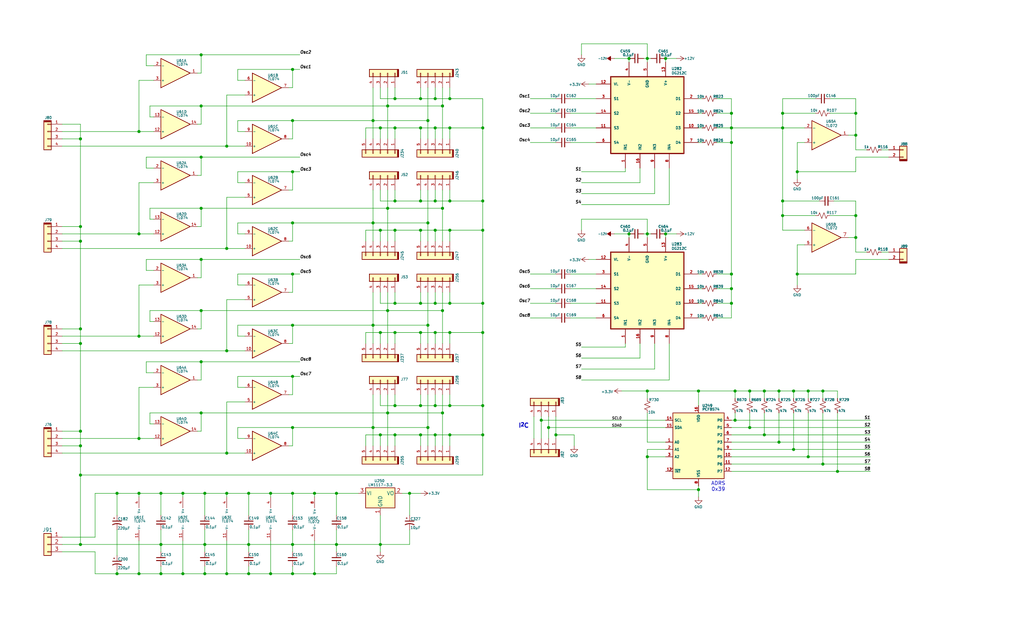
<source format=kicad_sch>
(kicad_sch (version 20250114) (generator "eeschema") (generator_version "9.0")
  (paper "USLegal")
  (lib_symbols
    (symbol "Connector_Generic:Conn_01x03" (pin_names (offset 1.016) (hide yes))
      (property "Reference" "J" (at 0 5.08 0))
      (property "Value" "Conn_01x03" (at 0 -5.08 0))
      (symbol "Conn_01x03_1_1"
        (pin passive line (at -5.08 2.54 0) (length 3.81) (name "Pin_1") (number "1"))
        (pin passive line (at -5.08 0 0) (length 3.81) (name "Pin_2") (number "2"))
        (pin passive line (at -5.08 -2.54 0) (length 3.81) (name "Pin_3") (number "3"))
      )
    )
    (symbol "Connector_keyed_kicad_sym:Conn_01x04" (pin_names (offset 1.016) (hide yes))
      (property "Reference" "J" (at -0.5788 4.6722 0))
      (property "Value" "Conn_01x04" (at -0.1524 -7.9502 0))
      (symbol "Conn_01x04_1_1"
        (pin passive line (at -5.08 2.54 0) (length 3.81) (name "Pin_1") (number "1"))
        (pin passive line (at -5.08 0 0) (length 3.81) (name "Pin_2") (number "2"))
        (pin passive line (at -5.08 -2.54 0) (length 3.81) (name "Pin_3") (number "3"))
        (pin passive line (at -5.08 -5.08 0) (length 3.81) (name "Pin_4") (number "4"))
      )
    )
    (symbol "Device:C_Polarized_Small_US" (pin_numbers (hide yes)) (pin_names (offset 0.254) (hide yes))
      (property "Reference" "C" (at 0.254 1.778 0))
      (property "Value" "C_Polarized_Small_US" (at 0.254 -2.032 0))
      (symbol "C_Polarized_Small_US_1_1"
        (pin passive line (at 0 2.54 270) (length 2.032) (name "~") (number "1"))
        (pin passive line (at 0 -2.54 90) (length 2.032) (name "~") (number "2"))
      )
    )
    (symbol "Device:C_Small" (pin_numbers (hide yes)) (pin_names (offset 0.254) (hide yes))
      (property "Reference" "C" (at 0.254 1.778 0))
      (property "Value" "C_Small" (at 0.254 -2.032 0))
      (symbol "C_Small_1_1"
        (pin passive line (at 0 2.54 270) (length 2.032) (name "~") (number "1"))
        (pin passive line (at 0 -2.54 90) (length 2.032) (name "~") (number "2"))
      )
    )
    (symbol "Device:R_Small_US" (pin_numbers (hide yes)) (pin_names (offset 0.254) (hide yes))
      (property "Reference" "R" (at 0.762 0.508 0))
      (property "Value" "R_Small_US" (at 0.762 -1.016 0))
      (symbol "R_Small_US_1_1"
        (pin passive line (at 0 2.54 270) (length 1.016) (name "~") (number "1"))
        (pin passive line (at 0 -2.54 90) (length 1.016) (name "~") (number "2"))
      )
    )
    (symbol "Interface_Expansion:PCF8574"
      (property "Reference" "U97" (at 1.9849 17.3668 0))
      (property "Value" "PCF8574" (at 1.8058 16.1377 0))
      (symbol "PCF8574_1_1"
        (pin input line (at -11.43 10.16 0) (length 2.54) (name "SCL") (number "14"))
        (pin bidirectional line (at -11.43 7.62 0) (length 2.54) (name "SDA") (number "15"))
        (pin input line (at -11.43 2.54 0) (length 2.54) (name "A0") (number "1"))
        (pin input line (at -11.43 0 0) (length 2.54) (name "A1") (number "2"))
        (pin input line (at -11.43 -2.54 0) (length 2.54) (name "A2") (number "3"))
        (pin open_collector output_low (at -11.43 -7.62 0) (length 2.54) (name "~{INT}") (number "13"))
        (pin power_in line (at 0 15.24 270) (length 2.54) (name "VDD") (number "16"))
        (pin power_in line (at 0 -12.7 90) (length 2.54) (name "VSS") (number "8"))
        (pin bidirectional line (at 11.43 10.16 180) (length 2.54) (name "P0") (number "4"))
        (pin bidirectional line (at 11.43 7.62 180) (length 2.54) (name "P1") (number "5"))
        (pin bidirectional line (at 11.43 5.08 180) (length 2.54) (name "P2") (number "6"))
        (pin bidirectional line (at 11.43 2.54 180) (length 2.54) (name "P3") (number "7"))
        (pin bidirectional line (at 11.43 0 180) (length 2.54) (name "P4") (number "9"))
        (pin bidirectional line (at 11.43 -2.54 180) (length 2.54) (name "P5") (number "10"))
        (pin bidirectional line (at 11.43 -5.08 180) (length 2.54) (name "P6") (number "11"))
        (pin bidirectional line (at 11.43 -7.62 180) (length 2.54) (name "P7") (number "12"))
      )
    )
    (symbol "My Chips:DG212C" (pin_names (offset 1.016))
      (property "Reference" "U" (at 9.144 17.018 0))
      (property "Value" "DG212C" (at 9.144 15.748 0))
      (symbol "DG212C_0_0"
        (pin bidirectional line (at -17.78 2.54 0) (length 5.08) (name "S2") (number "14"))
        (pin bidirectional line (at -17.78 -2.54 0) (length 5.08) (name "S3") (number "11"))
        (pin bidirectional line (at -17.78 -7.62 0) (length 5.08) (name "S4") (number "6"))
        (pin input line (at 7.62 -16.51 90) (length 5.08) (name "IN4") (number "8"))
      )
      (symbol "DG212C_1_0"
        (pin power_in line (at -17.78 12.7 0) (length 5.08) (name "VL") (number "12"))
        (pin bidirectional line (at -17.78 7.62 0) (length 5.08) (name "S1") (number "3"))
        (pin input line (at -7.62 -16.51 90) (length 5.08) (name "IN1") (number "1"))
        (pin power_in line (at -6.35 20.32 270) (length 5.08) (name "V-") (number "4"))
        (pin input line (at -2.54 -16.51 90) (length 5.08) (name "IN2") (number "16"))
        (pin power_in line (at 0 20.32 270) (length 5.08) (name "GND") (number "5"))
        (pin input line (at 2.54 -16.51 90) (length 5.08) (name "IN3") (number "9"))
        (pin power_in line (at 6.35 20.32 270) (length 5.08) (name "V+") (number "13"))
        (pin bidirectional line (at 17.78 7.62 180) (length 5.08) (name "D1") (number "2"))
        (pin bidirectional line (at 17.78 2.54 180) (length 5.08) (name "D2") (number "15"))
        (pin bidirectional line (at 17.78 -2.54 180) (length 5.08) (name "D3") (number "10"))
        (pin bidirectional line (at 17.78 -7.62 180) (length 5.08) (name "D4") (number "7"))
      )
    )
    (symbol "My Chips:TL072" (pin_names (offset 0.127))
      (property "Reference" "U" (at 0.254 3.81 0))
      (property "Value" "TL072" (at 0.254 2.54 0))
      (symbol "TL072_1_1"
        (pin input line (at -7.62 2.54 0) (length 2.54) (name "-") (number "2"))
        (pin input line (at -7.62 -2.54 0) (length 2.54) (name "+") (number "3"))
        (pin output line (at 7.62 0 180) (length 2.54) (name "~") (number "1"))
      )
      (symbol "TL072_2_1"
        (pin input line (at -7.62 2.54 0) (length 2.54) (name "-") (number "6"))
        (pin input line (at -7.62 -2.54 0) (length 2.54) (name "+") (number "5"))
        (pin output line (at 7.62 0 180) (length 2.54) (name "~") (number "7"))
      )
      (symbol "TL072_3_1"
        (pin power_in line (at -2.54 7.62 270) (length 3.81) (name "V+") (number "8"))
        (pin power_in line (at -2.54 -7.62 90) (length 3.81) (name "V-") (number "4"))
      )
    )
    (symbol "My Chips:TL074" (pin_names (offset 0.127))
      (property "Reference" "U61" (at 0.254 3.81 0))
      (property "Value" "TL074" (at 0.254 2.54 0))
      (symbol "TL074_1_1"
        (pin input line (at -7.62 2.54 0) (length 2.54) (name "-") (number "2"))
        (pin input line (at -7.62 -2.54 0) (length 2.54) (name "+") (number "3"))
        (pin output line (at 7.62 0 180) (length 2.54) (name "~") (number "1"))
      )
      (symbol "TL074_2_1"
        (pin input line (at -7.62 2.54 0) (length 2.54) (name "-") (number "6"))
        (pin input line (at -7.62 -2.54 0) (length 2.54) (name "+") (number "5"))
        (pin output line (at 7.62 0 180) (length 2.54) (name "~") (number "7"))
      )
      (symbol "TL074_3_1"
        (pin input line (at -7.62 2.54 0) (length 2.54) (name "-") (number "9"))
        (pin input line (at -7.62 -2.54 0) (length 2.54) (name "+") (number "10"))
        (pin output line (at 7.62 0 180) (length 2.54) (name "~") (number "8"))
      )
      (symbol "TL074_4_1"
        (pin input line (at -7.62 2.54 0) (length 2.54) (name "-") (number "13"))
        (pin input line (at -7.62 -2.54 0) (length 2.54) (name "+") (number "12"))
        (pin output line (at 7.62 0 180) (length 2.54) (name "~") (number "14"))
      )
      (symbol "TL074_5_1"
        (pin power_in line (at -2.54 7.62 270) (length 3.81) (name "V+") (number "4"))
        (pin power_in line (at -2.54 -7.62 90) (length 3.81) (name "V-") (number "11"))
      )
    )
    (symbol "My Connectors:Conn_01x02" (pin_names (offset 1.016) (hide yes))
      (property "Reference" "J" (at -0.041 2.077 0))
      (property "Value" "Conn_01x02" (at -0.2794 4.7752 0))
      (symbol "Conn_01x02_1_1"
        (pin passive line (at -5.08 0 0) (length 3.81) (name "Pin_1") (number "1"))
        (pin passive line (at -5.08 -2.54 0) (length 3.81) (name "Pin_2") (number "2"))
      )
    )
    (symbol "My Connectors:Conn_01x04" (pin_names (offset 1.016) (hide yes))
      (property "Reference" "J" (at -0.5788 4.6722 0))
      (property "Value" "Conn_01x04" (at -0.1524 -7.9502 0))
      (symbol "Conn_01x04_1_1"
        (pin passive line (at -5.08 2.54 0) (length 3.81) (name "Pin_1") (number "1"))
        (pin passive line (at -5.08 0 0) (length 3.81) (name "Pin_2") (number "2"))
        (pin passive line (at -5.08 -2.54 0) (length 3.81) (name "Pin_3") (number "3"))
        (pin passive line (at -5.08 -5.08 0) (length 3.81) (name "Pin_4") (number "4"))
      )
    )
    (symbol "My Connectors:Conn_01x05" (pin_names (offset 1.016) (hide yes))
      (property "Reference" "J" (at -0.3703 7.2081 0))
      (property "Value" "Conn_01x05" (at 0 -7.62 0))
      (symbol "Conn_01x05_1_1"
        (pin passive line (at -5.08 5.08 0) (length 3.81) (name "Pin_1") (number "1"))
        (pin passive line (at -5.08 2.54 0) (length 3.81) (name "Pin_2") (number "2"))
        (pin passive line (at -5.08 0 0) (length 3.81) (name "Pin_3") (number "3"))
        (pin passive line (at -5.08 -2.54 0) (length 3.81) (name "Pin_4") (number "4"))
        (pin passive line (at -5.08 -5.08 0) (length 3.81) (name "Pin_5") (number "5"))
      )
    )
    (symbol "Regulator_Linear:LM1117-3.3" (pin_names (offset 0.254))
      (property "Reference" "U" (at -3.81 3.175 0))
      (property "Value" "LM1117-3.3" (at 0 3.175 0))
      (symbol "LM1117-3.3_1_1"
        (pin power_in line (at -7.62 0 0) (length 2.54) (name "VI") (number "3"))
        (pin power_in line (at 0 -7.62 90) (length 2.54) (name "GND") (number "1"))
        (pin power_out line (at 7.62 0 180) (length 2.54) (name "VO") (number "2"))
      )
    )
    (symbol "TL074_1" (pin_names (offset 0.127))
      (property "Reference" "U61" (at 0.254 3.81 0))
      (property "Value" "TL074" (at 0.254 2.54 0))
      (symbol "TL074_1_1_1"
        (pin input line (at -7.62 2.54 0) (length 2.54) (name "-") (number "2"))
        (pin input line (at -7.62 -2.54 0) (length 2.54) (name "+") (number "3"))
        (pin output line (at 7.62 0 180) (length 2.54) (name "~") (number "1"))
      )
      (symbol "TL074_1_2_1"
        (pin input line (at -7.62 2.54 0) (length 2.54) (name "-") (number "6"))
        (pin input line (at -7.62 -2.54 0) (length 2.54) (name "+") (number "5"))
        (pin output line (at 7.62 0 180) (length 2.54) (name "~") (number "7"))
      )
      (symbol "TL074_1_3_1"
        (pin input line (at -7.62 2.54 0) (length 2.54) (name "-") (number "9"))
        (pin input line (at -7.62 -2.54 0) (length 2.54) (name "+") (number "10"))
        (pin output line (at 7.62 0 180) (length 2.54) (name "~") (number "8"))
      )
      (symbol "TL074_1_4_1"
        (pin input line (at -7.62 2.54 0) (length 2.54) (name "-") (number "13"))
        (pin input line (at -7.62 -2.54 0) (length 2.54) (name "+") (number "12"))
        (pin output line (at 7.62 0 180) (length 2.54) (name "~") (number "14"))
      )
      (symbol "TL074_1_5_1"
        (pin power_in line (at -2.54 7.62 270) (length 3.81) (name "V+") (number "4"))
        (pin power_in line (at -2.54 -7.62 90) (length 3.81) (name "V-") (number "11"))
      )
    )
    (symbol "TL074_2" (pin_names (offset 0.127))
      (property "Reference" "U61" (at 0.254 3.81 0))
      (property "Value" "TL074" (at 0.254 2.54 0))
      (symbol "TL074_2_1_1"
        (pin input line (at -7.62 2.54 0) (length 2.54) (name "-") (number "2"))
        (pin input line (at -7.62 -2.54 0) (length 2.54) (name "+") (number "3"))
        (pin output line (at 7.62 0 180) (length 2.54) (name "~") (number "1"))
      )
      (symbol "TL074_2_2_1"
        (pin input line (at -7.62 2.54 0) (length 2.54) (name "-") (number "6"))
        (pin input line (at -7.62 -2.54 0) (length 2.54) (name "+") (number "5"))
        (pin output line (at 7.62 0 180) (length 2.54) (name "~") (number "7"))
      )
      (symbol "TL074_2_3_1"
        (pin input line (at -7.62 2.54 0) (length 2.54) (name "-") (number "9"))
        (pin input line (at -7.62 -2.54 0) (length 2.54) (name "+") (number "10"))
        (pin output line (at 7.62 0 180) (length 2.54) (name "~") (number "8"))
      )
      (symbol "TL074_2_4_1"
        (pin input line (at -7.62 2.54 0) (length 2.54) (name "-") (number "13"))
        (pin input line (at -7.62 -2.54 0) (length 2.54) (name "+") (number "12"))
        (pin output line (at 7.62 0 180) (length 2.54) (name "~") (number "14"))
      )
      (symbol "TL074_2_5_1"
        (pin power_in line (at -2.54 7.62 270) (length 3.81) (name "V+") (number "4"))
        (pin power_in line (at -2.54 -7.62 90) (length 3.81) (name "V-") (number "11"))
      )
    )
    (symbol "TL074_3" (pin_names (offset 0.127))
      (property "Reference" "U61" (at 0.254 3.81 0))
      (property "Value" "TL074" (at 0.254 2.54 0))
      (symbol "TL074_3_1_1"
        (pin input line (at -7.62 2.54 0) (length 2.54) (name "-") (number "2"))
        (pin input line (at -7.62 -2.54 0) (length 2.54) (name "+") (number "3"))
        (pin output line (at 7.62 0 180) (length 2.54) (name "~") (number "1"))
      )
      (symbol "TL074_3_2_1"
        (pin input line (at -7.62 2.54 0) (length 2.54) (name "-") (number "6"))
        (pin input line (at -7.62 -2.54 0) (length 2.54) (name "+") (number "5"))
        (pin output line (at 7.62 0 180) (length 2.54) (name "~") (number "7"))
      )
      (symbol "TL074_3_3_1"
        (pin input line (at -7.62 2.54 0) (length 2.54) (name "-") (number "9"))
        (pin input line (at -7.62 -2.54 0) (length 2.54) (name "+") (number "10"))
        (pin output line (at 7.62 0 180) (length 2.54) (name "~") (number "8"))
      )
      (symbol "TL074_3_4_1"
        (pin input line (at -7.62 2.54 0) (length 2.54) (name "-") (number "13"))
        (pin input line (at -7.62 -2.54 0) (length 2.54) (name "+") (number "12"))
        (pin output line (at 7.62 0 180) (length 2.54) (name "~") (number "14"))
      )
      (symbol "TL074_3_5_1"
        (pin power_in line (at -2.54 7.62 270) (length 3.81) (name "V+") (number "4"))
        (pin power_in line (at -2.54 -7.62 90) (length 3.81) (name "V-") (number "11"))
      )
    )
    (symbol "TL074_4" (pin_names (offset 0.127))
      (property "Reference" "U61" (at 0.254 3.81 0))
      (property "Value" "TL074" (at 0.254 2.54 0))
      (symbol "TL074_4_1_1"
        (pin input line (at -7.62 2.54 0) (length 2.54) (name "-") (number "2"))
        (pin input line (at -7.62 -2.54 0) (length 2.54) (name "+") (number "3"))
        (pin output line (at 7.62 0 180) (length 2.54) (name "~") (number "1"))
      )
      (symbol "TL074_4_2_1"
        (pin input line (at -7.62 2.54 0) (length 2.54) (name "-") (number "6"))
        (pin input line (at -7.62 -2.54 0) (length 2.54) (name "+") (number "5"))
        (pin output line (at 7.62 0 180) (length 2.54) (name "~") (number "7"))
      )
      (symbol "TL074_4_3_1"
        (pin input line (at -7.62 2.54 0) (length 2.54) (name "-") (number "9"))
        (pin input line (at -7.62 -2.54 0) (length 2.54) (name "+") (number "10"))
        (pin output line (at 7.62 0 180) (length 2.54) (name "~") (number "8"))
      )
      (symbol "TL074_4_4_1"
        (pin input line (at -7.62 2.54 0) (length 2.54) (name "-") (number "13"))
        (pin input line (at -7.62 -2.54 0) (length 2.54) (name "+") (number "12"))
        (pin output line (at 7.62 0 180) (length 2.54) (name "~") (number "14"))
      )
      (symbol "TL074_4_5_1"
        (pin power_in line (at -2.54 7.62 270) (length 3.81) (name "V+") (number "4"))
        (pin power_in line (at -2.54 -7.62 90) (length 3.81) (name "V-") (number "11"))
      )
    )
    (symbol "power:+12V" (power) (pin_names (offset 0))
      (property "Value" "+12V" (at 0 3.556 0))
      (symbol "+12V_1_1"
        (pin power_in line (at 0 0 90) (length 0) (hide yes) (name "+12V") (number "1"))
      )
    )
    (symbol "power:+5VD" (power) (pin_names (offset 0))
      (property "Value" "+5VD" (at 0 3.556 0))
      (symbol "+5VD_1_1"
        (pin power_in line (at 0 0 90) (length 0) (hide yes) (name "+5VD") (number "1"))
      )
    )
    (symbol "power:-12V" (power) (pin_names (offset 0))
      (property "Value" "-12V" (at 0 3.81 0))
      (symbol "-12V_0_0"
        (pin power_in line (at 0 0 90) (length 0) (hide yes) (name "-12V") (number "1"))
      )
    )
    (symbol "power:GNDA" (power) (pin_names (offset 0))
      (property "Value" "GNDA" (at 0 -3.81 0))
      (symbol "GNDA_1_1"
        (pin power_in line (at 0 0 270) (length 0) (hide yes) (name "GNDA") (number "1"))
      )
    )
  )
  (text "I^{2}C" (at 181.864 148.082 0) (effects (font (size 1.524 1.524) (thickness 0.3048) (bold yes))))
  (text "ADRS\n0x39" (at 249.428 169.164 0) (effects (font (size 1.27 1.27))))
  (junction (at 156.21 69.85))
  (junction (at 55.88 171.45))
  (junction (at 69.85 19.05))
  (junction (at 101.6 77.47))
  (junction (at 27.94 83.82))
  (junction (at 271.78 74.93))
  (junction (at 254 49.53))
  (junction (at 156.21 140.97))
  (junction (at 167.64 140.97))
  (junction (at 137.16 105.41))
  (junction (at 48.26 81.28))
  (junction (at 69.85 125.73))
  (junction (at 109.22 171.45))
  (junction (at 132.08 115.57))
  (junction (at 156.21 34.29))
  (junction (at 255.27 135.89))
  (junction (at 27.94 165.1))
  (junction (at 101.6 59.69))
  (junction (at 78.74 199.39))
  (junction (at 297.18 82.55))
  (junction (at 297.18 39.37))
  (junction (at 69.85 54.61))
  (junction (at 137.16 151.13))
  (junction (at 129.54 77.47))
  (junction (at 151.13 151.13))
  (junction (at 276.86 95.25))
  (junction (at 78.74 50.8))
  (junction (at 134.62 72.39))
  (junction (at 129.54 41.91))
  (junction (at 146.05 115.57))
  (junction (at 285.75 135.89))
  (junction (at 224.79 81.28))
  (junction (at 290.83 163.83))
  (junction (at 153.67 72.39))
  (junction (at 48.26 45.72))
  (junction (at 137.16 80.01))
  (junction (at 27.94 149.86))
  (junction (at 254 39.37))
  (junction (at 78.74 86.36))
  (junction (at 265.43 151.13))
  (junction (at 78.74 171.45))
  (junction (at 142.24 171.45))
  (junction (at 40.64 199.39))
  (junction (at 71.12 189.23))
  (junction (at 116.84 171.45))
  (junction (at 129.54 113.03))
  (junction (at 132.08 80.01))
  (junction (at 69.85 36.83))
  (junction (at 231.14 20.32))
  (junction (at 137.16 44.45))
  (junction (at 69.85 90.17))
  (junction (at 151.13 80.01))
  (junction (at 69.85 72.39))
  (junction (at 101.6 41.91))
  (junction (at 254 105.41))
  (junction (at 48.26 171.45))
  (junction (at 48.26 152.4))
  (junction (at 55.88 189.23))
  (junction (at 93.98 199.39))
  (junction (at 86.36 199.39))
  (junction (at 146.05 69.85))
  (junction (at 151.13 69.85))
  (junction (at 265.43 135.89))
  (junction (at 153.67 107.95))
  (junction (at 48.26 199.39))
  (junction (at 224.79 158.75))
  (junction (at 27.94 114.3))
  (junction (at 69.85 143.51))
  (junction (at 101.6 113.03))
  (junction (at 190.5 148.59))
  (junction (at 231.14 81.28))
  (junction (at 132.08 44.45))
  (junction (at 148.59 113.03))
  (junction (at 86.36 189.23))
  (junction (at 275.59 135.89))
  (junction (at 101.6 95.25))
  (junction (at 254 95.25))
  (junction (at 167.64 69.85))
  (junction (at 134.62 36.83))
  (junction (at 297.18 46.99))
  (junction (at 27.94 189.23))
  (junction (at 48.26 116.84))
  (junction (at 134.62 107.95))
  (junction (at 93.98 171.45))
  (junction (at 255.27 146.05))
  (junction (at 271.78 69.85))
  (junction (at 63.5 171.45))
  (junction (at 156.21 80.01))
  (junction (at 156.21 151.13))
  (junction (at 167.64 80.01))
  (junction (at 146.05 80.01))
  (junction (at 148.59 41.91))
  (junction (at 101.6 130.81))
  (junction (at 146.05 34.29))
  (junction (at 146.05 151.13))
  (junction (at 27.94 154.94))
  (junction (at 69.85 107.95))
  (junction (at 280.67 135.89))
  (junction (at 101.6 148.59))
  (junction (at 101.6 189.23))
  (junction (at 137.16 115.57))
  (junction (at 71.12 171.45))
  (junction (at 86.36 171.45))
  (junction (at 156.21 115.57))
  (junction (at 27.94 78.74))
  (junction (at 101.6 171.45))
  (junction (at 146.05 105.41))
  (junction (at 167.64 44.45))
  (junction (at 167.64 151.13))
  (junction (at 271.78 39.37))
  (junction (at 167.64 115.57))
  (junction (at 129.54 148.59))
  (junction (at 101.6 24.13))
  (junction (at 254 100.33))
  (junction (at 146.05 140.97))
  (junction (at 285.75 161.29))
  (junction (at 132.08 151.13))
  (junction (at 193.04 151.13))
  (junction (at 116.84 189.23))
  (junction (at 254 44.45))
  (junction (at 297.18 74.93))
  (junction (at 276.86 59.69))
  (junction (at 137.16 69.85))
  (junction (at 271.78 44.45))
  (junction (at 78.74 157.48))
  (junction (at 156.21 105.41))
  (junction (at 151.13 115.57))
  (junction (at 132.08 189.23))
  (junction (at 151.13 105.41))
  (junction (at 148.59 148.59))
  (junction (at 156.21 44.45))
  (junction (at 109.22 199.39))
  (junction (at 151.13 44.45))
  (junction (at 280.67 158.75))
  (junction (at 137.16 140.97))
  (junction (at 27.94 48.26))
  (junction (at 242.57 135.89))
  (junction (at 187.96 146.05))
  (junction (at 101.6 199.39))
  (junction (at 218.44 20.32))
  (junction (at 270.51 135.89))
  (junction (at 260.35 148.59))
  (junction (at 146.05 44.45))
  (junction (at 27.94 119.38))
  (junction (at 63.5 199.39))
  (junction (at 40.64 171.45))
  (junction (at 260.35 135.89))
  (junction (at 137.16 34.29))
  (junction (at 134.62 143.51))
  (junction (at 151.13 34.29))
  (junction (at 78.74 121.92))
  (junction (at 242.57 170.18))
  (junction (at 167.64 105.41))
  (junction (at 218.44 81.28))
  (junction (at 270.51 153.67))
  (junction (at 224.79 20.32))
  (junction (at 148.59 77.47))
  (junction (at 55.88 199.39))
  (junction (at 224.79 135.89))
  (junction (at 151.13 140.97))
  (junction (at 275.59 156.21))
  (junction (at 153.67 36.83))
  (junction (at 71.12 199.39))
  (junction (at 153.67 143.51))
  (wire (pts (xy 48.26 63.5) (xy 53.34 63.5)))
  (wire (pts (xy 201.93 71.12) (xy 232.41 71.12)))
  (wire (pts (xy 52.07 40.64) (xy 52.07 36.83)))
  (wire (pts (xy 27.94 78.74) (xy 27.94 83.82)))
  (wire (pts (xy 198.12 34.29) (xy 207.01 34.29)))
  (wire (pts (xy 297.18 87.63) (xy 300.99 87.63)))
  (wire (pts (xy 78.74 157.48) (xy 85.09 157.48)))
  (wire (pts (xy 55.88 189.23) (xy 71.12 189.23)))
  (wire (pts (xy 63.5 172.72) (xy 63.5 171.45)))
  (wire (pts (xy 134.62 72.39) (xy 153.67 72.39)))
  (wire (pts (xy 156.21 44.45) (xy 156.21 48.26)))
  (wire (pts (xy 260.35 135.89) (xy 265.43 135.89)))
  (wire (pts (xy 204.47 29.21) (xy 207.01 29.21)))
  (wire (pts (xy 146.05 80.01) (xy 146.05 83.82)))
  (wire (pts (xy 167.64 34.29) (xy 167.64 44.45)))
  (wire (pts (xy 151.13 44.45) (xy 156.21 44.45)))
  (wire (pts (xy 167.64 115.57) (xy 167.64 140.97)))
  (wire (pts (xy 248.92 110.49) (xy 254 110.49)))
  (wire (pts (xy 271.78 80.01) (xy 279.4 80.01)))
  (wire (pts (xy 68.58 78.74) (xy 69.85 78.74)))
  (wire (pts (xy 48.26 63.5) (xy 48.26 81.28)))
  (wire (pts (xy 50.8 129.54) (xy 50.8 125.73)))
  (wire (pts (xy 100.33 83.82) (xy 101.6 83.82)))
  (wire (pts (xy 48.26 171.45) (xy 55.88 171.45)))
  (wire (pts (xy 21.59 48.26) (xy 27.94 48.26)))
  (wire (pts (xy 21.59 86.36) (xy 78.74 86.36)))
  (wire (pts (xy 156.21 34.29) (xy 167.64 34.29)))
  (wire (pts (xy 153.67 107.95) (xy 153.67 119.38)))
  (wire (pts (xy 78.74 33.02) (xy 85.09 33.02)))
  (wire (pts (xy 21.59 78.74) (xy 27.94 78.74)))
  (wire (pts (xy 134.62 107.95) (xy 134.62 119.38)))
  (wire (pts (xy 151.13 69.85) (xy 156.21 69.85)))
  (wire (pts (xy 271.78 39.37) (xy 283.21 39.37)))
  (wire (pts (xy 218.44 81.28) (xy 218.44 82.55)))
  (wire (pts (xy 242.57 170.18) (xy 242.57 168.91)))
  (wire (pts (xy 50.8 90.17) (xy 69.85 90.17)))
  (wire (pts (xy 71.12 189.23) (xy 86.36 189.23)))
  (wire (pts (xy 224.79 135.89) (xy 242.57 135.89)))
  (wire (pts (xy 69.85 36.83) (xy 69.85 43.18)))
  (wire (pts (xy 69.85 72.39) (xy 69.85 78.74)))
  (wire (pts (xy 63.5 187.96) (xy 63.5 199.39)))
  (wire (pts (xy 27.94 165.1) (xy 167.64 165.1)))
  (wire (pts (xy 71.12 171.45) (xy 71.12 179.07)))
  (wire (pts (xy 116.84 196.85) (xy 116.84 199.39)))
  (wire (pts (xy 132.08 30.48) (xy 132.08 34.29)))
  (wire (pts (xy 78.74 86.36) (xy 85.09 86.36)))
  (wire (pts (xy 213.36 20.32) (xy 218.44 20.32)))
  (wire (pts (xy 101.6 184.15) (xy 101.6 189.23)))
  (wire (pts (xy 55.88 196.85) (xy 55.88 199.39)))
  (wire (pts (xy 40.64 199.39) (xy 48.26 199.39)))
  (wire (pts (xy 151.13 151.13) (xy 156.21 151.13)))
  (wire (pts (xy 33.02 191.77) (xy 21.59 191.77)))
  (wire (pts (xy 285.75 143.51) (xy 285.75 161.29)))
  (wire (pts (xy 78.74 171.45) (xy 78.74 172.72)))
  (wire (pts (xy 297.18 39.37) (xy 297.18 34.29)))
  (wire (pts (xy 254 156.21) (xy 275.59 156.21)))
  (wire (pts (xy 242.57 135.89) (xy 255.27 135.89)))
  (wire (pts (xy 224.79 158.75) (xy 231.14 158.75)))
  (wire (pts (xy 101.6 77.47) (xy 101.6 83.82)))
  (wire (pts (xy 271.78 80.01) (xy 271.78 74.93)))
  (wire (pts (xy 297.18 87.63) (xy 297.18 82.55)))
  (wire (pts (xy 132.08 115.57) (xy 132.08 119.38)))
  (wire (pts (xy 184.15 100.33) (xy 193.04 100.33)))
  (wire (pts (xy 52.07 40.64) (xy 53.34 40.64)))
  (wire (pts (xy 132.08 80.01) (xy 132.08 83.82)))
  (wire (pts (xy 297.18 39.37) (xy 297.18 46.99)))
  (wire (pts (xy 148.59 41.91) (xy 148.59 48.26)))
  (wire (pts (xy 21.59 116.84) (xy 48.26 116.84)))
  (wire (pts (xy 109.22 187.96) (xy 109.22 199.39)))
  (wire (pts (xy 290.83 143.51) (xy 290.83 163.83)))
  (wire (pts (xy 109.22 199.39) (xy 116.84 199.39)))
  (wire (pts (xy 297.18 74.93) (xy 297.18 69.85)))
  (wire (pts (xy 248.92 100.33) (xy 254 100.33)))
  (wire (pts (xy 21.59 119.38) (xy 27.94 119.38)))
  (wire (pts (xy 101.6 171.45) (xy 109.22 171.45)))
  (wire (pts (xy 306.07 52.07) (xy 308.61 52.07)))
  (wire (pts (xy 86.36 196.85) (xy 86.36 199.39)))
  (wire (pts (xy 55.88 171.45) (xy 55.88 179.07)))
  (wire (pts (xy 33.02 171.45) (xy 40.64 171.45)))
  (wire (pts (xy 129.54 41.91) (xy 129.54 48.26)))
  (wire (pts (xy 201.93 63.5) (xy 222.25 63.5)))
  (wire (pts (xy 129.54 77.47) (xy 148.59 77.47)))
  (wire (pts (xy 69.85 54.61) (xy 69.85 60.96)))
  (wire (pts (xy 63.5 199.39) (xy 71.12 199.39)))
  (wire (pts (xy 78.74 121.92) (xy 85.09 121.92)))
  (wire (pts (xy 199.39 151.13) (xy 199.39 154.94)))
  (wire (pts (xy 242.57 110.49) (xy 243.84 110.49)))
  (wire (pts (xy 201.93 19.05) (xy 201.93 15.24)))
  (wire (pts (xy 297.18 90.17) (xy 308.61 90.17)))
  (wire (pts (xy 146.05 115.57) (xy 146.05 119.38)))
  (wire (pts (xy 27.94 189.23) (xy 55.88 189.23)))
  (wire (pts (xy 270.51 153.67) (xy 254 153.67)))
  (wire (pts (xy 100.33 154.94) (xy 101.6 154.94)))
  (wire (pts (xy 55.88 199.39) (xy 63.5 199.39)))
  (wire (pts (xy 101.6 41.91) (xy 101.6 48.26)))
  (wire (pts (xy 156.21 140.97) (xy 167.64 140.97)))
  (wire (pts (xy 187.96 146.05) (xy 231.14 146.05)))
  (wire (pts (xy 48.26 199.39) (xy 55.88 199.39)))
  (wire (pts (xy 271.78 44.45) (xy 279.4 44.45)))
  (wire (pts (xy 185.42 144.78) (xy 185.42 152.4)))
  (wire (pts (xy 201.93 120.65) (xy 217.17 120.65)))
  (wire (pts (xy 201.93 76.2) (xy 224.79 76.2)))
  (wire (pts (xy 201.93 80.01) (xy 201.93 76.2)))
  (wire (pts (xy 254 100.33) (xy 254 105.41)))
  (wire (pts (xy 82.55 45.72) (xy 82.55 41.91)))
  (wire (pts (xy 127 119.38) (xy 127 115.57)))
  (wire (pts (xy 153.67 137.16) (xy 153.67 143.51)))
  (wire (pts (xy 101.6 95.25) (xy 104.14 95.25)))
  (wire (pts (xy 100.33 66.04) (xy 101.6 66.04)))
  (wire (pts (xy 153.67 101.6) (xy 153.67 107.95)))
  (wire (pts (xy 137.16 105.41) (xy 146.05 105.41)))
  (wire (pts (xy 254 151.13) (xy 265.43 151.13)))
  (wire (pts (xy 151.13 105.41) (xy 156.21 105.41)))
  (wire (pts (xy 151.13 80.01) (xy 151.13 83.82)))
  (wire (pts (xy 82.55 130.81) (xy 101.6 130.81)))
  (wire (pts (xy 134.62 72.39) (xy 134.62 83.82)))
  (wire (pts (xy 21.59 157.48) (xy 78.74 157.48)))
  (wire (pts (xy 151.13 66.04) (xy 151.13 69.85)))
  (wire (pts (xy 275.59 138.43) (xy 275.59 135.89)))
  (wire (pts (xy 85.09 116.84) (xy 82.55 116.84)))
  (wire (pts (xy 231.14 20.32) (xy 231.14 21.59)))
  (wire (pts (xy 193.04 144.78) (xy 193.04 151.13)))
  (wire (pts (xy 242.57 95.25) (xy 243.84 95.25)))
  (wire (pts (xy 82.55 77.47) (xy 101.6 77.47)))
  (wire (pts (xy 101.6 189.23) (xy 101.6 191.77)))
  (wire (pts (xy 193.04 151.13) (xy 193.04 152.4)))
  (wire (pts (xy 294.64 82.55) (xy 297.18 82.55)))
  (wire (pts (xy 127 48.26) (xy 127 44.45)))
  (wire (pts (xy 78.74 50.8) (xy 85.09 50.8)))
  (wire (pts (xy 116.84 189.23) (xy 116.84 191.77)))
  (wire (pts (xy 231.14 81.28) (xy 234.95 81.28)))
  (wire (pts (xy 134.62 101.6) (xy 134.62 107.95)))
  (wire (pts (xy 280.67 135.89) (xy 285.75 135.89)))
  (wire (pts (xy 101.6 77.47) (xy 129.54 77.47)))
  (wire (pts (xy 254 146.05) (xy 255.27 146.05)))
  (wire (pts (xy 151.13 34.29) (xy 156.21 34.29)))
  (wire (pts (xy 52.07 76.2) (xy 52.07 72.39)))
  (wire (pts (xy 153.67 36.83) (xy 153.67 48.26)))
  (wire (pts (xy 193.04 151.13) (xy 199.39 151.13)))
  (wire (pts (xy 101.6 196.85) (xy 101.6 199.39)))
  (wire (pts (xy 27.94 48.26) (xy 27.94 78.74)))
  (wire (pts (xy 297.18 52.07) (xy 297.18 46.99)))
  (wire (pts (xy 127 115.57) (xy 132.08 115.57)))
  (wire (pts (xy 137.16 151.13) (xy 146.05 151.13)))
  (wire (pts (xy 93.98 187.96) (xy 93.98 199.39)))
  (wire (pts (xy 201.93 128.27) (xy 227.33 128.27)))
  (wire (pts (xy 137.16 151.13) (xy 137.16 154.94)))
  (wire (pts (xy 248.92 39.37) (xy 254 39.37)))
  (wire (pts (xy 52.07 107.95) (xy 69.85 107.95)))
  (wire (pts (xy 85.09 99.06) (xy 82.55 99.06)))
  (wire (pts (xy 148.59 77.47) (xy 148.59 83.82)))
  (wire (pts (xy 224.79 153.67) (xy 231.14 153.67)))
  (wire (pts (xy 198.12 49.53) (xy 207.01 49.53)))
  (wire (pts (xy 190.5 144.78) (xy 190.5 148.59)))
  (wire (pts (xy 224.79 20.32) (xy 226.06 20.32)))
  (wire (pts (xy 153.67 72.39) (xy 153.67 83.82)))
  (wire (pts (xy 270.51 143.51) (xy 270.51 153.67)))
  (wire (pts (xy 146.05 69.85) (xy 151.13 69.85)))
  (wire (pts (xy 260.35 148.59) (xy 302.26 148.59)))
  (wire (pts (xy 184.15 95.25) (xy 193.04 95.25)))
  (wire (pts (xy 100.33 101.6) (xy 101.6 101.6)))
  (wire (pts (xy 48.26 116.84) (xy 53.34 116.84)))
  (wire (pts (xy 201.93 67.31) (xy 227.33 67.31)))
  (wire (pts (xy 146.05 30.48) (xy 146.05 34.29)))
  (wire (pts (xy 116.84 171.45) (xy 116.84 179.07)))
  (wire (pts (xy 129.54 137.16) (xy 129.54 148.59)))
  (wire (pts (xy 217.17 120.65) (xy 217.17 119.38)))
  (wire (pts (xy 132.08 137.16) (xy 132.08 140.97)))
  (wire (pts (xy 184.15 110.49) (xy 193.04 110.49)))
  (wire (pts (xy 242.57 44.45) (xy 243.84 44.45)))
  (wire (pts (xy 127 80.01) (xy 132.08 80.01)))
  (wire (pts (xy 137.16 115.57) (xy 146.05 115.57)))
  (wire (pts (xy 134.62 36.83) (xy 134.62 48.26)))
  (wire (pts (xy 137.16 80.01) (xy 137.16 83.82)))
  (wire (pts (xy 69.85 36.83) (xy 134.62 36.83)))
  (wire (pts (xy 167.64 140.97) (xy 167.64 151.13)))
  (wire (pts (xy 142.24 179.07) (xy 142.24 171.45)))
  (wire (pts (xy 146.05 44.45) (xy 146.05 48.26)))
  (wire (pts (xy 33.02 186.69) (xy 21.59 186.69)))
  (wire (pts (xy 227.33 58.42) (xy 227.33 67.31)))
  (wire (pts (xy 151.13 30.48) (xy 151.13 34.29)))
  (wire (pts (xy 101.6 59.69) (xy 101.6 66.04)))
  (wire (pts (xy 156.21 30.48) (xy 156.21 34.29)))
  (wire (pts (xy 71.12 199.39) (xy 78.74 199.39)))
  (wire (pts (xy 134.62 66.04) (xy 134.62 72.39)))
  (wire (pts (xy 132.08 69.85) (xy 137.16 69.85)))
  (wire (pts (xy 153.67 30.48) (xy 153.67 36.83)))
  (wire (pts (xy 254 49.53) (xy 254 44.45)))
  (wire (pts (xy 201.93 59.69) (xy 217.17 59.69)))
  (wire (pts (xy 86.36 179.07) (xy 86.36 171.45)))
  (wire (pts (xy 53.34 93.98) (xy 50.8 93.98)))
  (wire (pts (xy 134.62 143.51) (xy 153.67 143.51)))
  (wire (pts (xy 101.6 199.39) (xy 93.98 199.39)))
  (wire (pts (xy 33.02 199.39) (xy 40.64 199.39)))
  (wire (pts (xy 271.78 74.93) (xy 283.21 74.93)))
  (wire (pts (xy 213.36 81.28) (xy 218.44 81.28)))
  (wire (pts (xy 156.21 80.01) (xy 167.64 80.01)))
  (wire (pts (xy 254 161.29) (xy 285.75 161.29)))
  (wire (pts (xy 137.16 80.01) (xy 146.05 80.01)))
  (wire (pts (xy 82.55 59.69) (xy 101.6 59.69)))
  (wire (pts (xy 27.94 83.82) (xy 27.94 114.3)))
  (wire (pts (xy 53.34 22.86) (xy 50.8 22.86)))
  (wire (pts (xy 82.55 27.94) (xy 82.55 24.13)))
  (wire (pts (xy 242.57 100.33) (xy 243.84 100.33)))
  (wire (pts (xy 254 163.83) (xy 290.83 163.83)))
  (wire (pts (xy 78.74 104.14) (xy 78.74 121.92)))
  (wire (pts (xy 151.13 80.01) (xy 156.21 80.01)))
  (wire (pts (xy 279.4 49.53) (xy 276.86 49.53)))
  (wire (pts (xy 71.12 189.23) (xy 71.12 191.77)))
  (wire (pts (xy 275.59 156.21) (xy 302.26 156.21)))
  (wire (pts (xy 21.59 121.92) (xy 78.74 121.92)))
  (wire (pts (xy 137.16 115.57) (xy 137.16 119.38)))
  (wire (pts (xy 151.13 140.97) (xy 156.21 140.97)))
  (wire (pts (xy 69.85 143.51) (xy 134.62 143.51)))
  (wire (pts (xy 127 151.13) (xy 132.08 151.13)))
  (wire (pts (xy 137.16 69.85) (xy 146.05 69.85)))
  (wire (pts (xy 254 49.53) (xy 254 95.25)))
  (wire (pts (xy 167.64 44.45) (xy 167.64 69.85)))
  (wire (pts (xy 101.6 113.03) (xy 101.6 119.38)))
  (wire (pts (xy 40.64 171.45) (xy 40.64 179.07)))
  (wire (pts (xy 242.57 135.89) (xy 242.57 140.97)))
  (wire (pts (xy 86.36 189.23) (xy 101.6 189.23)))
  (wire (pts (xy 198.12 110.49) (xy 207.01 110.49)))
  (wire (pts (xy 40.64 184.15) (xy 40.64 193.04)))
  (wire (pts (xy 48.26 81.28) (xy 53.34 81.28)))
  (wire (pts (xy 82.55 95.25) (xy 101.6 95.25)))
  (wire (pts (xy 101.6 24.13) (xy 101.6 30.48)))
  (wire (pts (xy 146.05 105.41) (xy 151.13 105.41)))
  (wire (pts (xy 231.14 81.28) (xy 231.14 82.55)))
  (wire (pts (xy 50.8 125.73) (xy 69.85 125.73)))
  (wire (pts (xy 134.62 143.51) (xy 134.62 154.94)))
  (wire (pts (xy 82.55 24.13) (xy 101.6 24.13)))
  (wire (pts (xy 129.54 101.6) (xy 129.54 113.03)))
  (wire (pts (xy 201.93 132.08) (xy 232.41 132.08)))
  (wire (pts (xy 201.93 124.46) (xy 222.25 124.46)))
  (wire (pts (xy 255.27 138.43) (xy 255.27 135.89)))
  (wire (pts (xy 48.26 187.96) (xy 48.26 199.39)))
  (wire (pts (xy 52.07 111.76) (xy 52.07 107.95)))
  (wire (pts (xy 116.84 184.15) (xy 116.84 189.23)))
  (wire (pts (xy 142.24 171.45) (xy 146.05 171.45)))
  (wire (pts (xy 232.41 119.38) (xy 232.41 132.08)))
  (wire (pts (xy 215.9 135.89) (xy 224.79 135.89)))
  (wire (pts (xy 271.78 39.37) (xy 271.78 44.45)))
  (wire (pts (xy 146.05 137.16) (xy 146.05 140.97)))
  (wire (pts (xy 71.12 184.15) (xy 71.12 189.23)))
  (wire (pts (xy 132.08 179.07) (xy 132.08 189.23)))
  (wire (pts (xy 129.54 148.59) (xy 148.59 148.59)))
  (wire (pts (xy 48.26 134.62) (xy 53.34 134.62)))
  (wire (pts (xy 222.25 119.38) (xy 222.25 124.46)))
  (wire (pts (xy 290.83 163.83) (xy 302.26 163.83)))
  (wire (pts (xy 153.67 66.04) (xy 153.67 72.39)))
  (wire (pts (xy 21.59 152.4) (xy 48.26 152.4)))
  (wire (pts (xy 224.79 170.18) (xy 242.57 170.18)))
  (wire (pts (xy 132.08 151.13) (xy 132.08 154.94)))
  (wire (pts (xy 82.55 63.5) (xy 82.55 59.69)))
  (wire (pts (xy 48.26 152.4) (xy 53.34 152.4)))
  (wire (pts (xy 148.59 137.16) (xy 148.59 148.59)))
  (wire (pts (xy 265.43 138.43) (xy 265.43 135.89)))
  (wire (pts (xy 271.78 44.45) (xy 271.78 69.85)))
  (wire (pts (xy 48.26 171.45) (xy 48.26 172.72)))
  (wire (pts (xy 148.59 101.6) (xy 148.59 113.03)))
  (wire (pts (xy 68.58 114.3) (xy 69.85 114.3)))
  (wire (pts (xy 78.74 104.14) (xy 85.09 104.14)))
  (wire (pts (xy 151.13 101.6) (xy 151.13 105.41)))
  (wire (pts (xy 21.59 83.82) (xy 27.94 83.82)))
  (wire (pts (xy 63.5 171.45) (xy 71.12 171.45)))
  (wire (pts (xy 204.47 90.17) (xy 207.01 90.17)))
  (wire (pts (xy 270.51 138.43) (xy 270.51 135.89)))
  (wire (pts (xy 127 83.82) (xy 127 80.01)))
  (wire (pts (xy 184.15 105.41) (xy 193.04 105.41)))
  (wire (pts (xy 101.6 130.81) (xy 104.14 130.81)))
  (wire (pts (xy 289.56 69.85) (xy 297.18 69.85)))
  (wire (pts (xy 297.18 74.93) (xy 297.18 82.55)))
  (wire (pts (xy 33.02 199.39) (xy 33.02 191.77)))
  (wire (pts (xy 127 44.45) (xy 132.08 44.45)))
  (wire (pts (xy 156.21 105.41) (xy 167.64 105.41)))
  (wire (pts (xy 27.94 114.3) (xy 27.94 119.38)))
  (wire (pts (xy 137.16 66.04) (xy 137.16 69.85)))
  (wire (pts (xy 55.88 171.45) (xy 63.5 171.45)))
  (wire (pts (xy 50.8 58.42) (xy 50.8 54.61)))
  (wire (pts (xy 52.07 111.76) (xy 53.34 111.76)))
  (wire (pts (xy 151.13 115.57) (xy 156.21 115.57)))
  (wire (pts (xy 218.44 20.32) (xy 218.44 21.59)))
  (wire (pts (xy 69.85 19.05) (xy 69.85 25.4)))
  (wire (pts (xy 137.16 34.29) (xy 146.05 34.29)))
  (wire (pts (xy 69.85 125.73) (xy 69.85 132.08)))
  (wire (pts (xy 224.79 156.21) (xy 231.14 156.21)))
  (wire (pts (xy 198.12 95.25) (xy 207.01 95.25)))
  (wire (pts (xy 270.51 135.89) (xy 275.59 135.89)))
  (wire (pts (xy 100.33 137.16) (xy 101.6 137.16)))
  (wire (pts (xy 142.24 184.15) (xy 142.24 189.23)))
  (wire (pts (xy 86.36 199.39) (xy 93.98 199.39)))
  (wire (pts (xy 306.07 87.63) (xy 308.61 87.63)))
  (wire (pts (xy 167.64 69.85) (xy 167.64 80.01)))
  (wire (pts (xy 275.59 135.89) (xy 280.67 135.89)))
  (wire (pts (xy 148.59 113.03) (xy 148.59 119.38)))
  (wire (pts (xy 224.79 20.32) (xy 224.79 21.59)))
  (wire (pts (xy 156.21 44.45) (xy 167.64 44.45)))
  (wire (pts (xy 146.05 80.01) (xy 151.13 80.01)))
  (wire (pts (xy 224.79 158.75) (xy 224.79 170.18)))
  (wire (pts (xy 21.59 189.23) (xy 27.94 189.23)))
  (wire (pts (xy 27.94 119.38) (xy 27.94 149.86)))
  (wire (pts (xy 129.54 77.47) (xy 129.54 83.82)))
  (wire (pts (xy 101.6 24.13) (xy 104.14 24.13)))
  (wire (pts (xy 78.74 68.58) (xy 85.09 68.58)))
  (wire (pts (xy 156.21 69.85) (xy 167.64 69.85)))
  (wire (pts (xy 290.83 138.43) (xy 290.83 135.89)))
  (wire (pts (xy 276.86 95.25) (xy 297.18 95.25)))
  (wire (pts (xy 69.85 107.95) (xy 69.85 114.3)))
  (wire (pts (xy 69.85 54.61) (xy 104.14 54.61)))
  (wire (pts (xy 156.21 101.6) (xy 156.21 105.41)))
  (wire (pts (xy 137.16 44.45) (xy 137.16 48.26)))
  (wire (pts (xy 55.88 184.15) (xy 55.88 189.23)))
  (wire (pts (xy 184.15 39.37) (xy 193.04 39.37)))
  (wire (pts (xy 137.16 44.45) (xy 146.05 44.45)))
  (wire (pts (xy 68.58 132.08) (xy 69.85 132.08)))
  (wire (pts (xy 132.08 189.23) (xy 132.08 191.77)))
  (wire (pts (xy 254 158.75) (xy 280.67 158.75)))
  (wire (pts (xy 50.8 22.86) (xy 50.8 19.05)))
  (wire (pts (xy 85.09 152.4) (xy 82.55 152.4)))
  (wire (pts (xy 271.78 34.29) (xy 271.78 39.37)))
  (wire (pts (xy 184.15 34.29) (xy 193.04 34.29)))
  (wire (pts (xy 217.17 59.69) (xy 217.17 58.42)))
  (wire (pts (xy 275.59 143.51) (xy 275.59 156.21)))
  (wire (pts (xy 139.7 171.45) (xy 142.24 171.45)))
  (wire (pts (xy 68.58 60.96) (xy 69.85 60.96)))
  (wire (pts (xy 242.57 170.18) (xy 242.57 172.72)))
  (wire (pts (xy 71.12 196.85) (xy 71.12 199.39)))
  (wire (pts (xy 85.09 81.28) (xy 82.55 81.28)))
  (wire (pts (xy 148.59 148.59) (xy 148.59 154.94)))
  (wire (pts (xy 254 110.49) (xy 254 105.41)))
  (wire (pts (xy 68.58 96.52) (xy 69.85 96.52)))
  (wire (pts (xy 52.07 143.51) (xy 69.85 143.51)))
  (wire (pts (xy 224.79 76.2) (xy 224.79 81.28)))
  (wire (pts (xy 132.08 140.97) (xy 137.16 140.97)))
  (wire (pts (xy 146.05 44.45) (xy 151.13 44.45)))
  (wire (pts (xy 224.79 156.21) (xy 224.79 158.75)))
  (wire (pts (xy 288.29 74.93) (xy 297.18 74.93)))
  (wire (pts (xy 187.96 144.78) (xy 187.96 146.05)))
  (wire (pts (xy 134.62 30.48) (xy 134.62 36.83)))
  (wire (pts (xy 146.05 151.13) (xy 146.05 154.94)))
  (wire (pts (xy 52.07 36.83) (xy 69.85 36.83)))
  (wire (pts (xy 151.13 115.57) (xy 151.13 119.38)))
  (wire (pts (xy 227.33 119.38) (xy 227.33 128.27)))
  (wire (pts (xy 132.08 105.41) (xy 137.16 105.41)))
  (wire (pts (xy 101.6 199.39) (xy 109.22 199.39)))
  (wire (pts (xy 101.6 148.59) (xy 101.6 154.94)))
  (wire (pts (xy 254 39.37) (xy 254 34.29)))
  (wire (pts (xy 167.64 80.01) (xy 167.64 105.41)))
  (wire (pts (xy 167.64 105.41) (xy 167.64 115.57)))
  (wire (pts (xy 285.75 135.89) (xy 285.75 138.43)))
  (wire (pts (xy 27.94 43.18) (xy 27.94 48.26)))
  (wire (pts (xy 222.25 58.42) (xy 222.25 63.5)))
  (wire (pts (xy 82.55 152.4) (xy 82.55 148.59)))
  (wire (pts (xy 276.86 85.09) (xy 276.86 95.25)))
  (wire (pts (xy 187.96 152.4) (xy 187.96 146.05)))
  (wire (pts (xy 21.59 154.94) (xy 27.94 154.94)))
  (wire (pts (xy 48.26 99.06) (xy 48.26 116.84)))
  (wire (pts (xy 48.26 99.06) (xy 53.34 99.06)))
  (wire (pts (xy 132.08 66.04) (xy 132.08 69.85)))
  (wire (pts (xy 224.79 81.28) (xy 224.79 82.55)))
  (wire (pts (xy 297.18 90.17) (xy 297.18 95.25)))
  (wire (pts (xy 116.84 189.23) (xy 132.08 189.23)))
  (wire (pts (xy 40.64 198.12) (xy 40.64 199.39)))
  (wire (pts (xy 254 95.25) (xy 254 100.33)))
  (wire (pts (xy 184.15 49.53) (xy 193.04 49.53)))
  (wire (pts (xy 48.26 134.62) (xy 48.26 152.4)))
  (wire (pts (xy 146.05 66.04) (xy 146.05 69.85)))
  (wire (pts (xy 223.52 20.32) (xy 224.79 20.32)))
  (wire (pts (xy 129.54 66.04) (xy 129.54 77.47)))
  (wire (pts (xy 85.09 134.62) (xy 82.55 134.62)))
  (wire (pts (xy 109.22 171.45) (xy 109.22 172.72)))
  (wire (pts (xy 82.55 45.72) (xy 85.09 45.72)))
  (wire (pts (xy 271.78 69.85) (xy 284.48 69.85)))
  (wire (pts (xy 198.12 44.45) (xy 207.01 44.45)))
  (wire (pts (xy 156.21 115.57) (xy 167.64 115.57)))
  (wire (pts (xy 129.54 113.03) (xy 129.54 119.38)))
  (wire (pts (xy 50.8 54.61) (xy 69.85 54.61)))
  (wire (pts (xy 101.6 130.81) (xy 101.6 137.16)))
  (wire (pts (xy 48.26 45.72) (xy 53.34 45.72)))
  (wire (pts (xy 201.93 15.24) (xy 224.79 15.24)))
  (wire (pts (xy 68.58 149.86) (xy 69.85 149.86)))
  (wire (pts (xy 297.18 52.07) (xy 300.99 52.07)))
  (wire (pts (xy 50.8 93.98) (xy 50.8 90.17)))
  (wire (pts (xy 280.67 143.51) (xy 280.67 158.75)))
  (wire (pts (xy 142.24 189.23) (xy 132.08 189.23)))
  (wire (pts (xy 156.21 80.01) (xy 156.21 83.82)))
  (wire (pts (xy 224.79 138.43) (xy 224.79 135.89)))
  (wire (pts (xy 198.12 39.37) (xy 207.01 39.37)))
  (wire (pts (xy 280.67 135.89) (xy 280.67 138.43)))
  (wire (pts (xy 151.13 151.13) (xy 151.13 154.94)))
  (wire (pts (xy 100.33 119.38) (xy 101.6 119.38)))
  (wire (pts (xy 198.12 105.41) (xy 207.01 105.41)))
  (wire (pts (xy 137.16 30.48) (xy 137.16 34.29)))
  (wire (pts (xy 69.85 72.39) (xy 134.62 72.39)))
  (wire (pts (xy 78.74 33.02) (xy 78.74 50.8)))
  (wire (pts (xy 127 154.94) (xy 127 151.13)))
  (wire (pts (xy 48.26 27.94) (xy 48.26 45.72)))
  (wire (pts (xy 231.14 20.32) (xy 234.95 20.32)))
  (wire (pts (xy 101.6 41.91) (xy 129.54 41.91)))
  (wire (pts (xy 82.55 81.28) (xy 82.55 77.47)))
  (wire (pts (xy 100.33 30.48) (xy 101.6 30.48)))
  (wire (pts (xy 93.98 171.45) (xy 101.6 171.45)))
  (wire (pts (xy 156.21 151.13) (xy 156.21 154.94)))
  (wire (pts (xy 255.27 135.89) (xy 260.35 135.89)))
  (wire (pts (xy 52.07 147.32) (xy 53.34 147.32)))
  (wire (pts (xy 190.5 148.59) (xy 231.14 148.59)))
  (wire (pts (xy 55.88 189.23) (xy 55.88 191.77)))
  (wire (pts (xy 137.16 101.6) (xy 137.16 105.41)))
  (wire (pts (xy 86.36 171.45) (xy 93.98 171.45)))
  (wire (pts (xy 288.29 39.37) (xy 297.18 39.37)))
  (wire (pts (xy 232.41 58.42) (xy 232.41 71.12)))
  (wire (pts (xy 223.52 81.28) (xy 224.79 81.28)))
  (wire (pts (xy 78.74 139.7) (xy 78.74 157.48)))
  (wire (pts (xy 21.59 50.8) (xy 78.74 50.8)))
  (wire (pts (xy 146.05 140.97) (xy 151.13 140.97)))
  (wire (pts (xy 146.05 101.6) (xy 146.05 105.41)))
  (wire (pts (xy 153.67 143.51) (xy 153.67 154.94)))
  (wire (pts (xy 132.08 115.57) (xy 137.16 115.57)))
  (wire (pts (xy 242.57 49.53) (xy 243.84 49.53)))
  (wire (pts (xy 129.54 148.59) (xy 129.54 154.94)))
  (wire (pts (xy 132.08 151.13) (xy 137.16 151.13)))
  (wire (pts (xy 78.74 171.45) (xy 86.36 171.45)))
  (wire (pts (xy 53.34 58.42) (xy 50.8 58.42)))
  (wire (pts (xy 101.6 59.69) (xy 104.14 59.69)))
  (wire (pts (xy 27.94 154.94) (xy 27.94 165.1)))
  (wire (pts (xy 53.34 129.54) (xy 50.8 129.54)))
  (wire (pts (xy 271.78 34.29) (xy 283.21 34.29)))
  (wire (pts (xy 190.5 152.4) (xy 190.5 148.59)))
  (wire (pts (xy 148.59 30.48) (xy 148.59 41.91)))
  (wire (pts (xy 52.07 72.39) (xy 69.85 72.39)))
  (wire (pts (xy 248.92 44.45) (xy 254 44.45)))
  (wire (pts (xy 69.85 125.73) (xy 104.14 125.73)))
  (wire (pts (xy 21.59 114.3) (xy 27.94 114.3)))
  (wire (pts (xy 85.09 63.5) (xy 82.55 63.5)))
  (wire (pts (xy 151.13 137.16) (xy 151.13 140.97)))
  (wire (pts (xy 132.08 101.6) (xy 132.08 105.41)))
  (wire (pts (xy 134.62 36.83) (xy 153.67 36.83)))
  (wire (pts (xy 52.07 147.32) (xy 52.07 143.51)))
  (wire (pts (xy 254 44.45) (xy 271.78 44.45)))
  (wire (pts (xy 101.6 189.23) (xy 116.84 189.23)))
  (wire (pts (xy 198.12 100.33) (xy 207.01 100.33)))
  (wire (pts (xy 116.84 171.45) (xy 124.46 171.45)))
  (wire (pts (xy 146.05 34.29) (xy 151.13 34.29)))
  (wire (pts (xy 100.33 48.26) (xy 101.6 48.26)))
  (wire (pts (xy 248.92 49.53) (xy 254 49.53)))
  (wire (pts (xy 146.05 115.57) (xy 151.13 115.57)))
  (wire (pts (xy 276.86 49.53) (xy 276.86 59.69)))
  (wire (pts (xy 276.86 59.69) (xy 276.86 62.23)))
  (wire (pts (xy 270.51 153.67) (xy 302.26 153.67)))
  (wire (pts (xy 137.16 137.16) (xy 137.16 140.97)))
  (wire (pts (xy 271.78 69.85) (xy 271.78 74.93)))
  (wire (pts (xy 224.79 81.28) (xy 226.06 81.28)))
  (wire (pts (xy 242.57 39.37) (xy 243.84 39.37)))
  (wire (pts (xy 285.75 135.89) (xy 290.83 135.89)))
  (wire (pts (xy 260.35 143.51) (xy 260.35 148.59)))
  (wire (pts (xy 82.55 41.91) (xy 101.6 41.91)))
  (wire (pts (xy 21.59 81.28) (xy 48.26 81.28)))
  (wire (pts (xy 82.55 113.03) (xy 101.6 113.03)))
  (wire (pts (xy 69.85 107.95) (xy 134.62 107.95)))
  (wire (pts (xy 151.13 44.45) (xy 151.13 48.26)))
  (wire (pts (xy 132.08 44.45) (xy 132.08 48.26)))
  (wire (pts (xy 255.27 146.05) (xy 302.26 146.05)))
  (wire (pts (xy 69.85 90.17) (xy 104.14 90.17)))
  (wire (pts (xy 27.94 149.86) (xy 27.94 154.94)))
  (wire (pts (xy 297.18 54.61) (xy 297.18 59.69)))
  (wire (pts (xy 279.4 85.09) (xy 276.86 85.09)))
  (wire (pts (xy 224.79 143.51) (xy 224.79 153.67)))
  (wire (pts (xy 82.55 134.62) (xy 82.55 130.81)))
  (wire (pts (xy 224.79 15.24) (xy 224.79 20.32)))
  (wire (pts (xy 86.36 189.23) (xy 86.36 191.77)))
  (wire (pts (xy 21.59 149.86) (xy 27.94 149.86)))
  (wire (pts (xy 71.12 171.45) (xy 78.74 171.45)))
  (wire (pts (xy 101.6 95.25) (xy 101.6 101.6)))
  (wire (pts (xy 255.27 143.51) (xy 255.27 146.05)))
  (wire (pts (xy 68.58 43.18) (xy 69.85 43.18)))
  (wire (pts (xy 27.94 165.1) (xy 27.94 189.23)))
  (wire (pts (xy 69.85 90.17) (xy 69.85 96.52)))
  (wire (pts (xy 101.6 179.07) (xy 101.6 171.45)))
  (wire (pts (xy 101.6 148.59) (xy 129.54 148.59)))
  (wire (pts (xy 69.85 143.51) (xy 69.85 149.86)))
  (wire (pts (xy 265.43 135.89) (xy 270.51 135.89)))
  (wire (pts (xy 156.21 115.57) (xy 156.21 119.38)))
  (wire (pts (xy 132.08 80.01) (xy 137.16 80.01)))
  (wire (pts (xy 78.74 199.39) (xy 86.36 199.39)))
  (wire (pts (xy 78.74 187.96) (xy 78.74 199.39)))
  (wire (pts (xy 85.09 27.94) (xy 82.55 27.94)))
  (wire (pts (xy 248.92 105.41) (xy 254 105.41)))
  (wire (pts (xy 265.43 143.51) (xy 265.43 151.13)))
  (wire (pts (xy 69.85 19.05) (xy 104.14 19.05)))
  (wire (pts (xy 101.6 113.03) (xy 129.54 113.03)))
  (wire (pts (xy 82.55 116.84) (xy 82.55 113.03)))
  (wire (pts (xy 134.62 137.16) (xy 134.62 143.51)))
  (wire (pts (xy 297.18 54.61) (xy 308.61 54.61)))
  (wire (pts (xy 129.54 30.48) (xy 129.54 41.91)))
  (wire (pts (xy 260.35 138.43) (xy 260.35 135.89)))
  (wire (pts (xy 146.05 151.13) (xy 151.13 151.13)))
  (wire (pts (xy 48.26 27.94) (xy 53.34 27.94)))
  (wire (pts (xy 134.62 107.95) (xy 153.67 107.95)))
  (wire (pts (xy 167.64 151.13) (xy 167.64 165.1)))
  (wire (pts (xy 248.92 95.25) (xy 254 95.25)))
  (wire (pts (xy 280.67 158.75) (xy 302.26 158.75)))
  (wire (pts (xy 288.29 34.29) (xy 297.18 34.29)))
  (wire (pts (xy 254 148.59) (xy 260.35 148.59)))
  (wire (pts (xy 132.08 44.45) (xy 137.16 44.45)))
  (wire (pts (xy 294.64 46.99) (xy 297.18 46.99)))
  (wire (pts (xy 82.55 99.06) (xy 82.55 95.25)))
  (wire (pts (xy 265.43 151.13) (xy 302.26 151.13)))
  (wire (pts (xy 21.59 43.18) (xy 27.94 43.18)))
  (wire (pts (xy 40.64 171.45) (xy 48.26 171.45)))
  (wire (pts (xy 129.54 41.91) (xy 148.59 41.91)))
  (wire (pts (xy 156.21 151.13) (xy 167.64 151.13)))
  (wire (pts (xy 78.74 68.58) (xy 78.74 86.36)))
  (wire (pts (xy 254 44.45) (xy 254 39.37)))
  (wire (pts (xy 33.02 171.45) (xy 33.02 186.69)))
  (wire (pts (xy 242.57 105.41) (xy 243.84 105.41)))
  (wire (pts (xy 276.86 59.69) (xy 297.18 59.69)))
  (wire (pts (xy 285.75 161.29) (xy 302.26 161.29)))
  (wire (pts (xy 137.16 140.97) (xy 146.05 140.97)))
  (wire (pts (xy 276.86 95.25) (xy 276.86 99.06)))
  (wire (pts (xy 156.21 66.04) (xy 156.21 69.85)))
  (wire (pts (xy 148.59 66.04) (xy 148.59 77.47)))
  (wire (pts (xy 68.58 25.4) (xy 69.85 25.4)))
  (wire (pts (xy 21.59 45.72) (xy 48.26 45.72)))
  (wire (pts (xy 129.54 113.03) (xy 148.59 113.03)))
  (wire (pts (xy 82.55 148.59) (xy 101.6 148.59)))
  (wire (pts (xy 52.07 76.2) (xy 53.34 76.2)))
  (wire (pts (xy 86.36 184.15) (xy 86.36 189.23)))
  (wire (pts (xy 93.98 172.72) (xy 93.98 171.45)))
  (wire (pts (xy 248.92 34.29) (xy 254 34.29)))
  (wire (pts (xy 132.08 34.29) (xy 137.16 34.29)))
  (wire (pts (xy 184.15 44.45) (xy 193.04 44.45)))
  (wire (pts (xy 109.22 171.45) (xy 116.84 171.45)))
  (wire (pts (xy 242.57 34.29) (xy 243.84 34.29)))
  (wire (pts (xy 50.8 19.05) (xy 69.85 19.05)))
  (wire (pts (xy 156.21 137.16) (xy 156.21 140.97)))
  (wire (pts (xy 78.74 139.7) (xy 85.09 139.7)))
  (label "Osc7" (at 184.15 105.41 180) (effects (font (size 1.016 1.016) (thickness 0.2032) (bold yes) (italic yes))))
  (label "Osc3" (at 104.14 59.69 0) (effects (font (size 1.016 1.016) (thickness 0.2032) (bold yes) (italic yes))))
  (label "S7" (at 201.93 128.27 180) (effects (font (size 1.016 1.016) (thickness 0.2032) (bold yes) (italic yes))))
  (label "S6" (at 302.26 158.75 180) (effects (font (size 1.016 1.016) (thickness 0.2032) (bold yes) (italic yes))))
  (label "S5" (at 302.26 156.21 180) (effects (font (size 1.016 1.016) (thickness 0.2032) (bold yes) (italic yes))))
  (label "SDA0" (at 215.9 148.59 180) (effects (font (size 0.889 0.889) (italic yes))))
  (label "Osc5" (at 184.15 95.25 180) (effects (font (size 1.016 1.016) (thickness 0.2032) (bold yes) (italic yes))))
  (label "Osc6" (at 184.15 100.33 180) (effects (font (size 1.016 1.016) (thickness 0.2032) (bold yes) (italic yes))))
  (label "S3" (at 302.26 151.13 180) (effects (font (size 1.016 1.016) (thickness 0.2032) (bold yes) (italic yes))))
  (label "Osc4" (at 104.14 54.61 0) (effects (font (size 1.016 1.016) (thickness 0.2032) (bold yes) (italic yes))))
  (label "S4" (at 302.26 153.67 180) (effects (font (size 1.016 1.016) (thickness 0.2032) (bold yes) (italic yes))))
  (label "S8" (at 302.26 163.83 180) (effects (font (size 1.016 1.016) (thickness 0.2032) (bold yes) (italic yes))))
  (label "Osc1" (at 104.14 24.13 0) (effects (font (size 1.016 1.016) (thickness 0.2032) (bold yes) (italic yes))))
  (label "Osc1" (at 184.15 34.29 180) (effects (font (size 1.016 1.016) (thickness 0.2032) (bold yes) (italic yes))))
  (label "S7" (at 302.26 161.29 180) (effects (font (size 1.016 1.016) (thickness 0.2032) (bold yes) (italic yes))))
  (label "S3" (at 201.93 67.31 180) (effects (font (size 1.016 1.016) (thickness 0.2032) (bold yes) (italic yes))))
  (label "Osc4" (at 184.15 49.53 180) (effects (font (size 1.016 1.016) (thickness 0.2032) (bold yes) (italic yes))))
  (label "SCL0" (at 215.9 146.05 180) (effects (font (size 0.889 0.889) (italic yes))))
  (label "Osc7" (at 104.14 130.81 0) (effects (font (size 1.016 1.016) (thickness 0.2032) (bold yes) (italic yes))))
  (label "Osc8" (at 104.14 125.73 0) (effects (font (size 1.016 1.016) (thickness 0.2032) (bold yes) (italic yes))))
  (label "S4" (at 201.93 71.12 180) (effects (font (size 1.016 1.016) (thickness 0.2032) (bold yes) (italic yes))))
  (label "S5" (at 201.93 120.65 180) (effects (font (size 1.016 1.016) (thickness 0.2032) (bold yes) (italic yes))))
  (label "Osc2" (at 104.14 19.05 0) (effects (font (size 1.016 1.016) (thickness 0.2032) (bold yes) (italic yes))))
  (label "Osc3" (at 184.15 44.45 180) (effects (font (size 1.016 1.016) (thickness 0.2032) (bold yes) (italic yes))))
  (label "Osc2" (at 184.15 39.37 180) (effects (font (size 1.016 1.016) (thickness 0.2032) (bold yes) (italic yes))))
  (label "S2" (at 201.93 63.5 180) (effects (font (size 1.016 1.016) (thickness 0.2032) (bold yes) (italic yes))))
  (label "Osc5" (at 104.14 95.25 0) (effects (font (size 1.016 1.016) (thickness 0.2032) (bold yes) (italic yes))))
  (label "S2" (at 302.26 148.59 180) (effects (font (size 1.016 1.016) (thickness 0.2032) (bold yes) (italic yes))))
  (label "S6" (at 201.93 124.46 180) (effects (font (size 1.016 1.016) (thickness 0.2032) (bold yes) (italic yes))))
  (label "Osc8" (at 184.15 110.49 180) (effects (font (size 1.016 1.016) (thickness 0.2032) (bold yes) (italic yes))))
  (label "S1" (at 201.93 59.69 180) (effects (font (size 1.016 1.016) (thickness 0.2032) (bold yes) (italic yes))))
  (label "S8" (at 201.93 132.08 180) (effects (font (size 1.016 1.016) (thickness 0.2032) (bold yes) (italic yes))))
  (label "Osc6" (at 104.14 90.17 0) (effects (font (size 1.016 1.016) (thickness 0.2032) (bold yes) (italic yes))))
  (label "S1" (at 302.26 146.05 180) (effects (font (size 1.016 1.016) (thickness 0.2032) (bold yes) (italic yes))))
  (symbol (lib_name "TL074_2") (lib_id "My Chips:TL074") (at 92.71 48.26 0) (unit 3)
    (property "Reference" "U61" (at 92.964 44.45 0) (effects (font (size 0.889 0.889)) (justify left bottom)))
    (property "Value" "TL074" (at 92.964 45.72 0) (effects (font (size 0.889 0.889)) (justify left bottom)))
  )
  (symbol (lib_id "power:GNDA") (at 201.93 19.05 0) (unit 1)
    (property "Reference" "#PWR0527" (effects (hide yes)))
    (property "Value" "GND" (at 201.8792 22.5044 0) (effects (font (size 0.889 0.889))))
  )
  (symbol (lib_id "My Chips:TL074") (at 60.96 78.74 0) (unit 4)
    (property "Reference" "U62" (at 61.214 74.93 0) (effects (font (size 0.889 0.889)) (justify left bottom)))
    (property "Value" "TL074" (at 61.214 76.2 0) (effects (font (size 0.889 0.889)) (justify left bottom)))
  )
  (symbol (lib_id "Connector_keyed_kicad_sym:Conn_01x04") (at 190.5 139.7 270) (mirror x) (unit 1)
    (property "Reference" "J83" (at 195.326 140.462 0) (effects (font (size 0.889 0.889)) (justify left)))
    (property "Value" "Conn_01x04" (effects (hide yes)))
    (property "Description" "Generic connector, single row, 01x04, script generated (kicad-library-utils/schlib/autogen/connector/)" (effects (hide yes)))
  )
  (symbol (lib_id "power:-12V") (at 213.36 20.32 90) (mirror x) (unit 1)
    (property "Reference" "#PWR0455" (effects (hide yes)))
    (property "Value" "-12V" (at 210.82 20.32 90) (effects (font (size 0.762 0.762)) (justify left)))
  )
  (symbol (lib_id "Device:C_Small") (at 228.6 81.28 90) (unit 1)
    (property "Reference" "C464" (at 232.156 78.74 90) (effects (font (size 0.889 0.889)) (justify left)))
    (property "Value" "0.1µF" (at 233.426 80.01 90) (effects (font (size 0.889 0.889)) (justify left)))
  )
  (symbol (lib_id "Device:C_Polarized_Small_US") (at 40.64 181.61 0) (unit 1)
    (property "Reference" "C182" (at 40.894 180.34 0) (effects (font (size 0.889 0.889)) (justify left)))
    (property "Value" "220µF" (at 40.8052 183.5586 0) (effects (font (size 0.889 0.889)) (justify left)))
  )
  (symbol (lib_id "Device:C_Polarized_Small_US") (at 142.24 181.61 0) (unit 1)
    (property "Reference" "C327" (at 142.494 180.34 0) (effects (font (size 0.889 0.889)) (justify left)))
    (property "Value" "10µF" (at 142.494 183.388 0) (effects (font (size 0.889 0.889)) (justify left)))
  )
  (symbol (lib_name "TL074_2") (lib_id "My Chips:TL074") (at 92.71 119.38 0) (unit 3)
    (property "Reference" "U63" (at 92.964 115.57 0) (effects (font (size 0.889 0.889)) (justify left bottom)))
    (property "Value" "TL074" (at 92.964 116.84 0) (effects (font (size 0.889 0.889)) (justify left bottom)))
  )
  (symbol (lib_id "My Chips:TL074") (at 60.96 114.3 0) (unit 4)
    (property "Reference" "U63" (at 61.214 110.49 0) (effects (font (size 0.889 0.889)) (justify left bottom)))
    (property "Value" "TL074" (at 61.214 111.76 0) (effects (font (size 0.889 0.889)) (justify left bottom)))
  )
  (symbol (lib_id "power:-12V") (at 213.36 81.28 90) (mirror x) (unit 1)
    (property "Reference" "#PWR0456" (effects (hide yes)))
    (property "Value" "-12V" (at 210.82 81.28 90) (effects (font (size 0.762 0.762)) (justify left)))
  )
  (symbol (lib_id "Device:C_Small") (at 195.58 110.49 90) (unit 1)
    (property "Reference" "C169" (at 196.596 109.474 90) (effects (font (size 0.889 0.889)) (justify right)))
    (property "Value" "10µF" (at 194.564 109.474 90) (effects (font (size 0.889 0.889)) (justify left)))
  )
  (symbol (lib_id "Device:C_Small") (at 195.58 100.33 90) (unit 1)
    (property "Reference" "C167" (at 196.596 99.314 90) (effects (font (size 0.889 0.889)) (justify right)))
    (property "Value" "10µF" (at 194.564 99.314 90) (effects (font (size 0.889 0.889)) (justify left)))
  )
  (symbol (lib_id "My Connectors:Conn_01x04") (at 134.62 25.4 270) (mirror x) (unit 1)
    (property "Reference" "J51" (at 139.192 25.146 90) (effects (font (size 0.889 0.889)) (justify left)))
    (property "Value" "Conn_01x04" (effects (hide yes)))
    (property "Description" "Generic connector, single row, 01x04, script generated (kicad-library-utils/schlib/autogen/connector/)" (effects (hide yes)))
  )
  (symbol (lib_id "Device:R_Small_US") (at 275.59 140.97 0) (unit 1)
    (property "Reference" "R726" (at 276.098 138.938 0) (effects (font (size 0.889 0.889)) (justify left)))
    (property "Value" "47k" (at 275.844 142.748 0) (effects (font (size 0.889 0.889)) (justify left)))
  )
  (symbol (lib_id "My Chips:DG212C") (at 224.79 41.91 0) (unit 1)
    (property "Reference" "U282" (at 233.172 23.876 0) (effects (font (size 0.889 0.889)) (justify left)))
    (property "Value" "DG212C" (at 233.172 25.4 0) (effects (font (size 0.889 0.889)) (justify left)))
  )
  (symbol (lib_id "power:GNDA") (at 242.57 172.72 0) (unit 1)
    (property "Reference" "#PWR0532" (effects (hide yes)))
    (property "Value" "GND" (at 242.5192 176.1744 0) (effects (font (size 0.889 0.889))))
  )
  (symbol (lib_id "My Connectors:Conn_01x02") (at 313.69 87.63 0) (unit 1)
    (property "Reference" "J89" (at 312.674 85.598 0) (effects (font (size 0.889 0.889)) (justify left)))
    (property "Value" "Conn_01x02" (effects (hide yes)))
    (property "Description" "Generic connector, single row, 01x02, script generated (kicad-library-utils/schlib/autogen/connector/)" (effects (hide yes)))
  )
  (symbol (lib_id "power:GNDA") (at 276.86 62.23 0) (unit 1)
    (property "Reference" "#PWR0529" (effects (hide yes)))
    (property "Value" "GND" (at 276.8092 65.6844 0) (effects (font (size 0.889 0.889))))
  )
  (symbol (lib_id "Device:C_Small") (at 195.58 95.25 90) (unit 1)
    (property "Reference" "C166" (at 196.596 94.234 90) (effects (font (size 0.889 0.889)) (justify right)))
    (property "Value" "10µF" (at 194.564 94.234 90) (effects (font (size 0.889 0.889)) (justify left)))
  )
  (symbol (lib_id "My Chips:TL074") (at 60.96 149.86 0) (unit 4)
    (property "Reference" "U64" (at 61.214 146.05 0) (effects (font (size 0.889 0.889)) (justify left bottom)))
    (property "Value" "TL074" (at 61.214 147.32 0) (effects (font (size 0.889 0.889)) (justify left bottom)))
  )
  (symbol (lib_id "My Chips:TL072") (at 287.02 82.55 0) (unit 2)
    (property "Reference" "U65" (at 288.544 77.978 0) (effects (font (size 0.889 0.889))))
    (property "Value" "TL072" (at 288.798 79.248 0) (effects (font (size 0.889 0.889))))
  )
  (symbol (lib_id "Device:C_Small") (at 195.58 49.53 90) (unit 1)
    (property "Reference" "C165" (at 196.596 48.514 90) (effects (font (size 0.889 0.889)) (justify right)))
    (property "Value" "10µF" (at 194.564 48.514 90) (effects (font (size 0.889 0.889)) (justify left)))
  )
  (symbol (lib_id "My Chips:TL072") (at 287.02 46.99 0) (unit 1)
    (property "Reference" "U65" (at 286.766 42.672 0) (effects (font (size 0.889 0.889)) (justify left bottom)))
    (property "Value" "TL072" (at 286.766 44.196 0) (effects (font (size 0.889 0.889)) (justify left bottom)))
  )
  (symbol (lib_id "My Connectors:Conn_01x05") (at 132.08 124.46 270) (unit 1)
    (property "Reference" "J237" (at 139.7 124.46 0) (effects (font (size 0.889 0.889))))
    (property "Value" "Conn_01x05" (effects (hide yes)))
    (property "Description" "Generic connector, single row, 01x05, script generated (kicad-library-utils/schlib/autogen/connector/)" (effects (hide yes)))
  )
  (symbol (lib_id "Device:R_Small_US") (at 246.38 95.25 90) (unit 1)
    (property "Reference" "R838" (at 247.65 94.488 90) (effects (font (size 0.889 0.889)) (justify right)))
    (property "Value" "10k" (at 244.602 94.488 90) (effects (font (size 0.889 0.889)) (justify left)))
  )
  (symbol (lib_id "My Connectors:Conn_01x05") (at 151.13 96.52 270) (mirror x) (unit 1)
    (property "Reference" "J256" (at 158.75 96.52 0) (effects (font (size 0.889 0.889))))
    (property "Value" "Conn_01x05" (effects (hide yes)))
    (property "Description" "Generic connector, single row, 01x05, script generated (kicad-library-utils/schlib/autogen/connector/)" (effects (hide yes)))
  )
  (symbol (lib_id "My Connectors:Conn_01x02") (at 313.69 52.07 0) (unit 1)
    (property "Reference" "J88" (at 312.674 50.038 0) (effects (font (size 0.889 0.889)) (justify left)))
    (property "Value" "Conn_01x02" (effects (hide yes)))
    (property "Description" "Generic connector, single row, 01x02, script generated (kicad-library-utils/schlib/autogen/connector/)" (effects (hide yes)))
  )
  (symbol (lib_id "power:GNDA") (at 201.93 80.01 0) (unit 1)
    (property "Reference" "#PWR0528" (effects (hide yes)))
    (property "Value" "GND" (at 201.8792 83.4644 0) (effects (font (size 0.889 0.889))))
  )
  (symbol (lib_id "Device:C_Small") (at 220.98 81.28 90) (unit 1)
    (property "Reference" "C460" (at 218.948 78.74 90) (effects (font (size 0.889 0.889)) (justify left)))
    (property "Value" "0.1µF" (at 220.218 80.01 90) (effects (font (size 0.889 0.889)) (justify left)))
  )
  (symbol (lib_id "Device:C_Small") (at 285.75 34.29 90) (unit 1)
    (property "Reference" "C146" (at 286.766 33.274 90) (effects (font (size 0.889 0.889)) (justify right)))
    (property "Value" "100pF" (at 284.734 33.274 90) (effects (font (size 0.889 0.889)) (justify left)))
  )
  (symbol (lib_id "My Connectors:Conn_01x04") (at 16.51 81.28 0) (mirror y) (unit 1)
    (property "Reference" "J79" (at 18.034 76.454 0) (effects (font (size 0.889 0.889)) (justify left)))
    (property "Value" "Conn_01x04" (effects (hide yes)))
    (property "Description" "Generic connector, single row, 01x04, script generated (kicad-library-utils/schlib/autogen/connector/)" (effects (hide yes)))
  )
  (symbol (lib_id "Device:R_Small_US") (at 280.67 140.97 0) (unit 1)
    (property "Reference" "R727" (at 281.178 138.938 0) (effects (font (size 0.889 0.889)) (justify left)))
    (property "Value" "47k" (at 280.924 142.748 0) (effects (font (size 0.889 0.889)) (justify left)))
  )
  (symbol (lib_name "TL074_4") (lib_id "My Chips:TL074") (at 96.52 180.34 0) (unit 5)
    (property "Reference" "U64" (at 92.202 180.34 0) (effects (font (size 0.889 0.889)) (justify left bottom)))
    (property "Value" "TL074" (at 92.202 181.61 0) (effects (font (size 0.889 0.889)) (justify left bottom)))
  )
  (symbol (lib_name "TL074_3") (lib_id "My Chips:TL074") (at 60.96 25.4 0) (unit 1)
    (property "Reference" "U61" (at 61.214 21.59 0) (effects (font (size 0.889 0.889)) (justify left bottom)))
    (property "Value" "TL074" (at 61.214 22.86 0) (effects (font (size 0.889 0.889)) (justify left bottom)))
  )
  (symbol (lib_id "Device:C_Small") (at 86.36 181.61 0) (unit 1)
    (property "Reference" "C149" (at 86.36 180.086 0) (effects (font (size 0.889 0.889)) (justify left)))
    (property "Value" "0.1µF" (at 86.614 183.134 0) (effects (font (size 0.889 0.889)) (justify left)))
  )
  (symbol (lib_id "Device:R_Small_US") (at 303.53 87.63 90) (unit 1)
    (property "Reference" "R118" (at 304.8 86.614 90) (effects (font (size 0.889 0.889)) (justify right)))
    (property "Value" "1k" (at 301.752 86.614 90) (effects (font (size 0.889 0.889)) (justify left)))
  )
  (symbol (lib_id "My Connectors:Conn_01x04") (at 134.62 60.96 270) (mirror x) (unit 1)
    (property "Reference" "J52" (at 139.192 60.706 90) (effects (font (size 0.889 0.889)) (justify left)))
    (property "Value" "Conn_01x04" (effects (hide yes)))
    (property "Description" "Generic connector, single row, 01x04, script generated (kicad-library-utils/schlib/autogen/connector/)" (effects (hide yes)))
  )
  (symbol (lib_id "Device:C_Small") (at 195.58 39.37 90) (unit 1)
    (property "Reference" "C163" (at 196.596 38.354 90) (effects (font (size 0.889 0.889)) (justify right)))
    (property "Value" "10µF" (at 194.564 38.354 90) (effects (font (size 0.889 0.889)) (justify left)))
  )
  (symbol (lib_id "Device:R_Small_US") (at 246.38 39.37 90) (unit 1)
    (property "Reference" "R824" (at 247.65 38.608 90) (effects (font (size 0.889 0.889)) (justify right)))
    (property "Value" "10k" (at 244.602 38.608 90) (effects (font (size 0.889 0.889)) (justify left)))
  )
  (symbol (lib_id "Device:R_Small_US") (at 285.75 39.37 90) (unit 1)
    (property "Reference" "R107" (at 287.02 38.354 90) (effects (font (size 0.889 0.889)) (justify right)))
    (property "Value" "10k" (at 283.972 38.354 90) (effects (font (size 0.889 0.889)) (justify left)))
  )
  (symbol (lib_id "Device:R_Small_US") (at 260.35 140.97 0) (unit 1)
    (property "Reference" "R689" (at 260.858 138.938 0) (effects (font (size 0.889 0.889)) (justify left)))
    (property "Value" "47k" (at 260.604 142.748 0) (effects (font (size 0.889 0.889)) (justify left)))
  )
  (symbol (lib_id "Device:C_Small") (at 101.6 181.61 0) (unit 1)
    (property "Reference" "C153" (at 101.6 180.086 0) (effects (font (size 0.889 0.889)) (justify left)))
    (property "Value" "0.1µF" (at 101.854 183.134 0) (effects (font (size 0.889 0.889)) (justify left)))
  )
  (symbol (lib_id "Device:C_Small") (at 195.58 44.45 90) (unit 1)
    (property "Reference" "C164" (at 196.596 43.434 90) (effects (font (size 0.889 0.889)) (justify right)))
    (property "Value" "10µF" (at 194.564 43.434 90) (effects (font (size 0.889 0.889)) (justify left)))
  )
  (symbol (lib_id "Device:C_Small") (at 116.84 181.61 0) (unit 1)
    (property "Reference" "C158" (at 116.84 180.086 0) (effects (font (size 0.889 0.889)) (justify left)))
    (property "Value" "0.1µF" (at 117.094 183.134 0) (effects (font (size 0.889 0.889)) (justify left)))
  )
  (symbol (lib_id "power:+12V") (at 234.95 81.28 270) (unit 1)
    (property "Reference" "#PWR0483" (effects (hide yes)))
    (property "Value" "+12V" (at 237.49 81.28 90) (effects (font (size 0.889 0.889)) (justify left)))
  )
  (symbol (lib_name "TL074_4") (lib_id "My Chips:TL074") (at 81.28 180.34 0) (unit 5)
    (property "Reference" "U63" (at 76.962 180.34 0) (effects (font (size 0.889 0.889)) (justify left bottom)))
    (property "Value" "TL074" (at 76.962 181.61 0) (effects (font (size 0.889 0.889)) (justify left bottom)))
  )
  (symbol (lib_id "Regulator_Linear:LM1117-3.3") (at 132.08 171.45 0) (unit 1)
    (property "Reference" "U250" (at 131.7753 167.1025 0) (effects (font (size 0.889 0.889))))
    (property "Value" "LM1117-3.3" (at 132.104 168.5265 0) (effects (font (size 0.889 0.889))))
    (property "Datasheet" "http://www.ti.com/lit/ds/symlink/lm1117.pdf" (effects (hide yes)))
  )
  (symbol (lib_id "Device:C_Small") (at 195.58 105.41 90) (unit 1)
    (property "Reference" "C168" (at 196.596 104.394 90) (effects (font (size 0.889 0.889)) (justify right)))
    (property "Value" "10µF" (at 194.564 104.394 90) (effects (font (size 0.889 0.889)) (justify left)))
  )
  (symbol (lib_id "Device:R_Small_US") (at 246.38 44.45 90) (unit 1)
    (property "Reference" "R825" (at 247.65 43.688 90) (effects (font (size 0.889 0.889)) (justify right)))
    (property "Value" "10k" (at 244.602 43.688 90) (effects (font (size 0.889 0.889)) (justify left)))
  )
  (symbol (lib_id "My Connectors:Conn_01x04") (at 134.62 132.08 270) (mirror x) (unit 1)
    (property "Reference" "J77" (at 139.192 131.826 90) (effects (font (size 0.889 0.889)) (justify left)))
    (property "Value" "Conn_01x04" (effects (hide yes)))
    (property "Description" "Generic connector, single row, 01x04, script generated (kicad-library-utils/schlib/autogen/connector/)" (effects (hide yes)))
  )
  (symbol (lib_id "Device:C_Small") (at 287.02 69.85 90) (unit 1)
    (property "Reference" "C161" (at 288.036 68.834 90) (effects (font (size 0.889 0.889)) (justify right)))
    (property "Value" "100pF" (at 286.004 68.834 90) (effects (font (size 0.889 0.889)) (justify left)))
  )
  (symbol (lib_id "My Connectors:Conn_01x05") (at 151.13 53.34 270) (unit 1)
    (property "Reference" "J240" (at 158.75 53.34 0) (effects (font (size 0.889 0.889))))
    (property "Value" "Conn_01x05" (effects (hide yes)))
    (property "Description" "Generic connector, single row, 01x05, script generated (kicad-library-utils/schlib/autogen/connector/)" (effects (hide yes)))
  )
  (symbol (lib_id "Device:C_Small") (at 71.12 181.61 0) (unit 1)
    (property "Reference" "C144" (at 71.12 180.086 0) (effects (font (size 0.889 0.889)) (justify left)))
    (property "Value" "0.1µF" (at 71.374 183.134 0) (effects (font (size 0.889 0.889)) (justify left)))
  )
  (symbol (lib_id "Device:R_Small_US") (at 224.79 140.97 0) (unit 1)
    (property "Reference" "R730" (at 225.298 138.938 0) (effects (font (size 0.889 0.889)) (justify left)))
    (property "Value" "10k" (at 225.044 143.256 0) (effects (font (size 0.889 0.889)) (justify left)))
  )
  (symbol (lib_id "Device:C_Small") (at 55.88 181.61 0) (unit 1)
    (property "Reference" "C142" (at 55.88 180.086 0) (effects (font (size 0.889 0.889)) (justify left)))
    (property "Value" "0.1µF" (at 56.134 183.134 0) (effects (font (size 0.889 0.889)) (justify left)))
  )
  (symbol (lib_id "Device:R_Small_US") (at 285.75 74.93 90) (unit 1)
    (property "Reference" "R117" (at 287.02 73.914 90) (effects (font (size 0.889 0.889)) (justify right)))
    (property "Value" "10k" (at 283.972 73.914 90) (effects (font (size 0.889 0.889)) (justify left)))
  )
  (symbol (lib_id "Device:C_Small") (at 55.88 194.31 0) (unit 1)
    (property "Reference" "C143" (at 55.88 192.786 0) (effects (font (size 0.889 0.889)) (justify left)))
    (property "Value" "0.1µF" (at 56.134 195.834 0) (effects (font (size 0.889 0.889)) (justify left)))
  )
  (symbol (lib_id "My Connectors:Conn_01x05") (at 151.13 25.4 270) (mirror x) (unit 1)
    (property "Reference" "J243" (at 158.75 25.4 0) (effects (font (size 0.889 0.889))))
    (property "Value" "Conn_01x05" (effects (hide yes)))
    (property "Description" "Generic connector, single row, 01x05, script generated (kicad-library-utils/schlib/autogen/connector/)" (effects (hide yes)))
  )
  (symbol (lib_id "power:+12V") (at 146.05 171.45 270) (unit 1)
    (property "Reference" "#PWR0415" (effects (hide yes)))
    (property "Value" "+3.3V" (at 148.59 171.45 90) (effects (font (size 0.889 0.889)) (justify left)))
  )
  (symbol (lib_id "Device:C_Small") (at 195.58 34.29 90) (unit 1)
    (property "Reference" "C162" (at 196.596 33.274 90) (effects (font (size 0.889 0.889)) (justify right)))
    (property "Value" "10µF" (at 194.564 33.274 90) (effects (font (size 0.889 0.889)) (justify left)))
  )
  (symbol (lib_id "My Connectors:Conn_01x05") (at 132.08 160.02 270) (unit 1)
    (property "Reference" "J255" (at 139.7 160.02 0) (effects (font (size 0.889 0.889))))
    (property "Value" "Conn_01x05" (effects (hide yes)))
    (property "Description" "Generic connector, single row, 01x05, script generated (kicad-library-utils/schlib/autogen/connector/)" (effects (hide yes)))
  )
  (symbol (lib_name "TL074_2") (lib_id "My Chips:TL074") (at 92.71 154.94 0) (unit 3)
    (property "Reference" "U64" (at 92.964 151.13 0) (effects (font (size 0.889 0.889)) (justify left bottom)))
    (property "Value" "TL074" (at 92.964 152.4 0) (effects (font (size 0.889 0.889)) (justify left bottom)))
  )
  (symbol (lib_id "Device:R_Small_US") (at 265.43 140.97 0) (unit 1)
    (property "Reference" "R724" (at 265.938 138.938 0) (effects (font (size 0.889 0.889)) (justify left)))
    (property "Value" "47k" (at 265.684 142.748 0) (effects (font (size 0.889 0.889)) (justify left)))
  )
  (symbol (lib_id "Device:C_Polarized_Small_US") (at 40.64 195.58 0) (unit 1)
    (property "Reference" "C200" (at 40.894 194.31 0) (effects (font (size 0.889 0.889)) (justify left)))
    (property "Value" "220µF" (at 40.894 197.358 0) (effects (font (size 0.889 0.889)) (justify left)))
  )
  (symbol (lib_name "TL074_4") (lib_id "My Chips:TL074") (at 50.8 180.34 0) (unit 5)
    (property "Reference" "U61" (at 46.482 180.34 0) (effects (font (size 0.889 0.889)) (justify left bottom)))
    (property "Value" "TL074" (at 46.482 181.61 0) (effects (font (size 0.889 0.889)) (justify left bottom)))
  )
  (symbol (lib_id "Device:R_Small_US") (at 246.38 49.53 90) (unit 1)
    (property "Reference" "R826" (at 247.65 48.768 90) (effects (font (size 0.889 0.889)) (justify right)))
    (property "Value" "10k" (at 244.602 48.768 90) (effects (font (size 0.889 0.889)) (justify left)))
  )
  (symbol (lib_id "Device:C_Small") (at 228.6 20.32 90) (unit 1)
    (property "Reference" "C461" (at 232.156 17.78 90) (effects (font (size 0.889 0.889)) (justify left)))
    (property "Value" "0.1µF" (at 233.426 19.05 90) (effects (font (size 0.889 0.889)) (justify left)))
  )
  (symbol (lib_id "power:GNDA") (at 276.86 99.06 0) (unit 1)
    (property "Reference" "#PWR0531" (effects (hide yes)))
    (property "Value" "GND" (at 276.8092 102.5144 0) (effects (font (size 0.889 0.889))))
  )
  (symbol (lib_id "My Connectors:Conn_01x05") (at 151.13 124.46 270) (unit 1)
    (property "Reference" "J257" (at 158.75 124.46 0) (effects (font (size 0.889 0.889))))
    (property "Value" "Conn_01x05" (effects (hide yes)))
    (property "Description" "Generic connector, single row, 01x05, script generated (kicad-library-utils/schlib/autogen/connector/)" (effects (hide yes)))
  )
  (symbol (lib_id "power:+5VD") (at 204.47 29.21 90) (unit 1)
    (property "Reference" "#PWR0439" (effects (hide yes)))
    (property "Value" "+3.3V" (at 197.5501 29.355 90) (effects (font (size 0.889 0.889)) (justify right)))
  )
  (symbol (lib_id "My Connectors:Conn_01x04") (at 16.51 152.4 0) (mirror y) (unit 1)
    (property "Reference" "J76" (at 18.034 147.574 0) (effects (font (size 0.889 0.889)) (justify left)))
    (property "Value" "Conn_01x04" (effects (hide yes)))
    (property "Description" "Generic connector, single row, 01x04, script generated (kicad-library-utils/schlib/autogen/connector/)" (effects (hide yes)))
  )
  (symbol (lib_id "Connector_Generic:Conn_01x03") (at 16.51 189.23 0) (mirror y) (unit 1)
    (property "Reference" "J91" (at 16.51 184.15 0))
    (property "Value" "Conn_01x03" (effects (hide yes)))
  )
  (symbol (lib_id "My Connectors:Conn_01x05") (at 151.13 132.08 270) (mirror x) (unit 1)
    (property "Reference" "J258" (at 158.75 132.08 0) (effects (font (size 0.889 0.889))))
    (property "Value" "Conn_01x05" (effects (hide yes)))
    (property "Description" "Generic connector, single row, 01x05, script generated (kicad-library-utils/schlib/autogen/connector/)" (effects (hide yes)))
  )
  (symbol (lib_name "TL074_3") (lib_id "My Chips:TL074") (at 60.96 60.96 0) (unit 1)
    (property "Reference" "U62" (at 61.214 57.15 0) (effects (font (size 0.889 0.889)) (justify left bottom)))
    (property "Value" "TL074" (at 61.214 58.42 0) (effects (font (size 0.889 0.889)) (justify left bottom)))
  )
  (symbol (lib_id "Device:R_Small_US") (at 285.75 140.97 0) (unit 1)
    (property "Reference" "R728" (at 286.258 138.938 0) (effects (font (size 0.889 0.889)) (justify left)))
    (property "Value" "47k" (at 286.004 142.748 0) (effects (font (size 0.889 0.889)) (justify left)))
  )
  (symbol (lib_id "Interface_Expansion:PCF8574") (at 242.57 156.21 0) (unit 1)
    (property "Reference" "U249" (at 243.84 140.97 0) (effects (font (size 0.889 0.889)) (justify left)))
    (property "Value" "PCF8574" (at 243.84 142.24 0) (effects (font (size 0.889 0.889)) (justify left)))
    (property "Datasheet" "http://www.nxp.com/docs/en/data-sheet/PCF8574_PCF8574A.pdf" (effects (hide yes)))
    (property "Description" "8 Bit Port/Expander to I2C Bus, DIP/SOIC-16" (effects (hide yes)))
  )
  (symbol (lib_id "power:+5VD") (at 215.9 135.89 90) (unit 1)
    (property "Reference" "#PWR0376" (effects (hide yes)))
    (property "Value" "+3.3V" (at 208.788 136.144 90) (effects (font (size 0.889 0.889)) (justify right)))
  )
  (symbol (lib_id "Device:R_Small_US") (at 246.38 110.49 90) (unit 1)
    (property "Reference" "R841" (at 247.65 109.728 90) (effects (font (size 0.889 0.889)) (justify right)))
    (property "Value" "10k" (at 244.602 109.728 90) (effects (font (size 0.889 0.889)) (justify left)))
  )
  (symbol (lib_id "My Connectors:Conn_01x05") (at 151.13 88.9 270) (unit 1)
    (property "Reference" "J247" (at 158.75 88.9 0) (effects (font (size 0.889 0.889))))
    (property "Value" "Conn_01x05" (effects (hide yes)))
    (property "Description" "Generic connector, single row, 01x05, script generated (kicad-library-utils/schlib/autogen/connector/)" (effects (hide yes)))
  )
  (symbol (lib_name "TL074_4") (lib_id "My Chips:TL074") (at 66.04 180.34 0) (unit 5)
    (property "Reference" "U62" (at 61.722 180.34 0) (effects (font (size 0.889 0.889)) (justify left bottom)))
    (property "Value" "TL074" (at 61.722 181.61 0) (effects (font (size 0.889 0.889)) (justify left bottom)))
  )
  (symbol (lib_id "Device:C_Small") (at 220.98 20.32 90) (unit 1)
    (property "Reference" "C459" (at 218.948 17.78 90) (effects (font (size 0.889 0.889)) (justify left)))
    (property "Value" "0.1µF" (at 220.218 19.05 90) (effects (font (size 0.889 0.889)) (justify left)))
  )
  (symbol (lib_id "Device:R_Small_US") (at 246.38 34.29 90) (unit 1)
    (property "Reference" "R823" (at 247.65 33.528 90) (effects (font (size 0.889 0.889)) (justify right)))
    (property "Value" "10k" (at 244.602 33.528 90) (effects (font (size 0.889 0.889)) (justify left)))
  )
  (symbol (lib_id "My Connectors:Conn_01x04") (at 16.51 45.72 0) (mirror y) (unit 1)
    (property "Reference" "J80" (at 18.034 40.894 0) (effects (font (size 0.889 0.889)) (justify left)))
    (property "Value" "Conn_01x04" (effects (hide yes)))
    (property "Description" "Generic connector, single row, 01x04, script generated (kicad-library-utils/schlib/autogen/connector/)" (effects (hide yes)))
  )
  (symbol (lib_id "Device:R_Small_US") (at 270.51 140.97 0) (unit 1)
    (property "Reference" "R725" (at 271.018 138.938 0) (effects (font (size 0.889 0.889)) (justify left)))
    (property "Value" "47k" (at 270.764 142.748 0) (effects (font (size 0.889 0.889)) (justify left)))
  )
  (symbol (lib_id "Device:R_Small_US") (at 246.38 100.33 90) (unit 1)
    (property "Reference" "R839" (at 247.65 99.568 90) (effects (font (size 0.889 0.889)) (justify right)))
    (property "Value" "10k" (at 244.602 99.568 90) (effects (font (size 0.889 0.889)) (justify left)))
  )
  (symbol (lib_id "power:GNDA") (at 132.08 191.77 0) (unit 1)
    (property "Reference" "#PWR0530" (effects (hide yes)))
    (property "Value" "GND" (at 132.0292 195.2244 0) (effects (font (size 0.889 0.889))))
  )
  (symbol (lib_id "My Connectors:Conn_01x05") (at 151.13 160.02 270) (unit 1)
    (property "Reference" "J259" (at 158.75 160.02 0) (effects (font (size 0.889 0.889))))
    (property "Value" "Conn_01x05" (effects (hide yes)))
    (property "Description" "Generic connector, single row, 01x05, script generated (kicad-library-utils/schlib/autogen/connector/)" (effects (hide yes)))
  )
  (symbol (lib_id "My Connectors:Conn_01x04") (at 16.51 116.84 0) (mirror y) (unit 1)
    (property "Reference" "J78" (at 18.034 112.014 0) (effects (font (size 0.889 0.889)) (justify left)))
    (property "Value" "Conn_01x04" (effects (hide yes)))
    (property "Description" "Generic connector, single row, 01x04, script generated (kicad-library-utils/schlib/autogen/connector/)" (effects (hide yes)))
  )
  (symbol (lib_id "Device:C_Small") (at 86.36 194.31 0) (unit 1)
    (property "Reference" "C150" (at 86.36 192.786 0) (effects (font (size 0.889 0.889)) (justify left)))
    (property "Value" "0.1µF" (at 86.614 195.834 0) (effects (font (size 0.889 0.889)) (justify left)))
  )
  (symbol (lib_name "TL074_2") (lib_id "My Chips:TL074") (at 92.71 83.82 0) (unit 3)
    (property "Reference" "U62" (at 92.964 80.01 0) (effects (font (size 0.889 0.889)) (justify left bottom)))
    (property "Value" "TL074" (at 92.964 81.28 0) (effects (font (size 0.889 0.889)) (justify left bottom)))
  )
  (symbol (lib_id "My Chips:TL072") (at 111.76 180.34 0) (unit 3)
    (property "Reference" "U65" (at 106.934 180.086 0) (effects (font (size 0.889 0.889)) (justify left)))
    (property "Value" "TL072" (at 106.934 181.356 0) (effects (font (size 0.889 0.889)) (justify left)))
  )
  (symbol (lib_name "TL074_1") (lib_id "My Chips:TL074") (at 92.71 30.48 0) (unit 2)
    (property "Reference" "U61" (at 92.964 26.67 0) (effects (font (size 0.889 0.889)) (justify left bottom)))
    (property "Value" "TL074" (at 92.964 27.94 0) (effects (font (size 0.889 0.889)) (justify left bottom)))
  )
  (symbol (lib_id "power:+12V") (at 234.95 20.32 270) (unit 1)
    (property "Reference" "#PWR0469" (effects (hide yes)))
    (property "Value" "+12V" (at 237.49 20.32 90) (effects (font (size 0.889 0.889)) (justify left)))
  )
  (symbol (lib_id "Device:R_Small_US") (at 290.83 140.97 0) (unit 1)
    (property "Reference" "R729" (at 291.338 138.938 0) (effects (font (size 0.889 0.889)) (justify left)))
    (property "Value" "47k" (at 291.084 142.748 0) (effects (font (size 0.889 0.889)) (justify left)))
  )
  (symbol (lib_name "TL074_1") (lib_id "My Chips:TL074") (at 92.71 137.16 0) (unit 2)
    (property "Reference" "U64" (at 92.964 133.35 0) (effects (font (size 0.889 0.889)) (justify left bottom)))
    (property "Value" "TL074" (at 92.964 134.62 0) (effects (font (size 0.889 0.889)) (justify left bottom)))
  )
  (symbol (lib_id "Connector_keyed_kicad_sym:Conn_01x04") (at 190.5 157.48 270) (unit 1)
    (property "Reference" "J82" (at 195.326 156.718 0) (effects (font (size 0.889 0.889)) (justify left)))
    (property "Value" "Conn_01x04" (effects (hide yes)))
    (property "Description" "Generic connector, single row, 01x04, script generated (kicad-library-utils/schlib/autogen/connector/)" (effects (hide yes)))
  )
  (symbol (lib_id "My Connectors:Conn_01x05") (at 151.13 60.96 270) (mirror x) (unit 1)
    (property "Reference" "J246" (at 158.75 60.96 0) (effects (font (size 0.889 0.889))))
    (property "Value" "Conn_01x05" (effects (hide yes)))
    (property "Description" "Generic connector, single row, 01x05, script generated (kicad-library-utils/schlib/autogen/connector/)" (effects (hide yes)))
  )
  (symbol (lib_id "power:GNDA") (at 199.39 154.94 0) (unit 1)
    (property "Reference" "#PWR0533" (effects (hide yes)))
    (property "Value" "GND" (at 199.3392 158.3944 0) (effects (font (size 0.889 0.889))))
  )
  (symbol (lib_id "Device:R_Small_US") (at 246.38 105.41 90) (unit 1)
    (property "Reference" "R840" (at 247.65 104.648 90) (effects (font (size 0.889 0.889)) (justify right)))
    (property "Value" "10k" (at 244.602 104.648 90) (effects (font (size 0.889 0.889)) (justify left)))
  )
  (symbol (lib_id "Device:C_Small") (at 101.6 194.31 0) (unit 1)
    (property "Reference" "C155" (at 101.6 192.786 0) (effects (font (size 0.889 0.889)) (justify left)))
    (property "Value" "0.1µF" (at 101.854 195.834 0) (effects (font (size 0.889 0.889)) (justify left)))
  )
  (symbol (lib_id "Device:C_Small") (at 71.12 194.31 0) (unit 1)
    (property "Reference" "C145" (at 71.12 192.786 0) (effects (font (size 0.889 0.889)) (justify left)))
    (property "Value" "0.1µF" (at 71.374 195.834 0) (effects (font (size 0.889 0.889)) (justify left)))
  )
  (symbol (lib_name "TL074_1") (lib_id "My Chips:TL074") (at 92.71 66.04 0) (unit 2)
    (property "Reference" "U62" (at 92.964 62.23 0) (effects (font (size 0.889 0.889)) (justify left bottom)))
    (property "Value" "TL074" (at 92.964 63.5 0) (effects (font (size 0.889 0.889)) (justify left bottom)))
  )
  (symbol (lib_name "TL074_1") (lib_id "My Chips:TL074") (at 92.71 101.6 0) (unit 2)
    (property "Reference" "U63" (at 92.964 97.79 0) (effects (font (size 0.889 0.889)) (justify left bottom)))
    (property "Value" "TL074" (at 92.964 99.06 0) (effects (font (size 0.889 0.889)) (justify left bottom)))
  )
  (symbol (lib_id "My Connectors:Conn_01x05") (at 132.08 53.34 270) (unit 1)
    (property "Reference" "J234" (at 139.7 53.34 0) (effects (font (size 0.889 0.889))))
    (property "Value" "Conn_01x05" (effects (hide yes)))
    (property "Description" "Generic connector, single row, 01x05, script generated (kicad-library-utils/schlib/autogen/connector/)" (effects (hide yes)))
  )
  (symbol (lib_id "Device:C_Small") (at 116.84 194.31 0) (unit 1)
    (property "Reference" "C160" (at 116.84 192.786 0) (effects (font (size 0.889 0.889)) (justify left)))
    (property "Value" "0.1µF" (at 117.094 195.834 0) (effects (font (size 0.889 0.889)) (justify left)))
  )
  (symbol (lib_id "My Chips:DG212C") (at 224.79 102.87 0) (unit 1)
    (property "Reference" "U283" (at 233.172 84.836 0) (effects (font (size 0.889 0.889)) (justify left)))
    (property "Value" "DG212C" (at 233.172 86.36 0) (effects (font (size 0.889 0.889)) (justify left)))
  )
  (symbol (lib_name "TL074_3") (lib_id "My Chips:TL074") (at 60.96 132.08 0) (unit 1)
    (property "Reference" "U64" (at 61.214 128.27 0) (effects (font (size 0.889 0.889)) (justify left bottom)))
    (property "Value" "TL074" (at 61.214 129.54 0) (effects (font (size 0.889 0.889)) (justify left bottom)))
  )
  (symbol (lib_id "power:+5VD") (at 204.47 90.17 90) (unit 1)
    (property "Reference" "#PWR0454" (effects (hide yes)))
    (property "Value" "+3.3V" (at 197.5849 90.2972 90) (effects (font (size 0.889 0.889)) (justify right)))
  )
  (symbol (lib_id "My Connectors:Conn_01x05") (at 132.08 88.9 270) (unit 1)
    (property "Reference" "J245" (at 139.7 88.9 0) (effects (font (size 0.889 0.889))))
    (property "Value" "Conn_01x05" (effects (hide yes)))
    (property "Description" "Generic connector, single row, 01x05, script generated (kicad-library-utils/schlib/autogen/connector/)" (effects (hide yes)))
  )
  (symbol (lib_id "My Chips:TL074") (at 60.96 43.18 0) (unit 4)
    (property "Reference" "U61" (at 61.214 39.37 0) (effects (font (size 0.889 0.889)) (justify left bottom)))
    (property "Value" "TL074" (at 61.214 40.64 0) (effects (font (size 0.889 0.889)) (justify left bottom)))
  )
  (symbol (lib_id "My Connectors:Conn_01x04") (at 134.62 96.52 270) (mirror x) (unit 1)
    (property "Reference" "J53" (at 139.192 96.266 90) (effects (font (size 0.889 0.889)) (justify left)))
    (property "Value" "Conn_01x04" (effects (hide yes)))
    (property "Description" "Generic connector, single row, 01x04, script generated (kicad-library-utils/schlib/autogen/connector/)" (effects (hide yes)))
  )
  (symbol (lib_name "TL074_3") (lib_id "My Chips:TL074") (at 60.96 96.52 0) (unit 1)
    (property "Reference" "U63" (at 61.214 92.71 0) (effects (font (size 0.889 0.889)) (justify left bottom)))
    (property "Value" "TL074" (at 61.214 93.98 0) (effects (font (size 0.889 0.889)) (justify left bottom)))
  )
  (symbol (lib_id "Device:R_Small_US") (at 303.53 52.07 90) (unit 1)
    (property "Reference" "R116" (at 304.8 51.054 90) (effects (font (size 0.889 0.889)) (justify right)))
    (property "Value" "1k" (at 301.752 51.054 90) (effects (font (size 0.889 0.889)) (justify left)))
  )
  (symbol (lib_id "Device:R_Small_US") (at 255.27 140.97 0) (unit 1)
    (property "Reference" "R670" (at 255.778 138.938 0) (effects (font (size 0.889 0.889)) (justify left)))
    (property "Value" "47k" (at 255.524 142.748 0) (effects (font (size 0.889 0.889)) (justify left)))
  )
)
</source>
